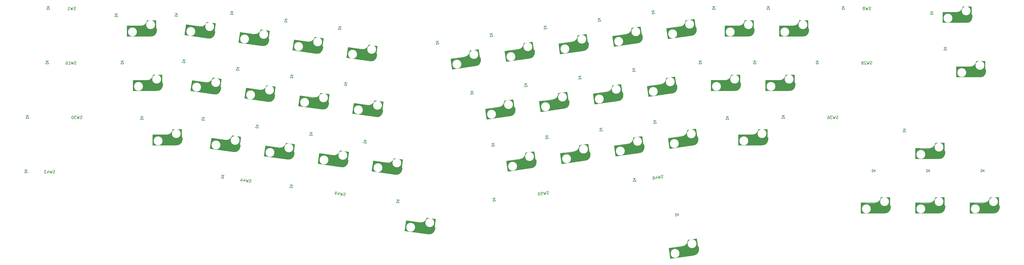
<source format=gbo>
G04 #@! TF.GenerationSoftware,KiCad,Pcbnew,(5.1.4)-1*
G04 #@! TF.CreationDate,2020-10-14T03:50:37-04:00*
G04 #@! TF.ProjectId,kurage,6b757261-6765-42e6-9b69-6361645f7063,rev?*
G04 #@! TF.SameCoordinates,Original*
G04 #@! TF.FileFunction,Legend,Bot*
G04 #@! TF.FilePolarity,Positive*
%FSLAX46Y46*%
G04 Gerber Fmt 4.6, Leading zero omitted, Abs format (unit mm)*
G04 Created by KiCad (PCBNEW (5.1.4)-1) date 2020-10-14 03:50:37*
%MOMM*%
%LPD*%
G04 APERTURE LIST*
%ADD10C,0.400000*%
%ADD11C,0.500000*%
%ADD12C,1.000000*%
%ADD13C,0.150000*%
%ADD14C,3.500000*%
%ADD15C,3.000000*%
%ADD16C,0.800000*%
%ADD17C,0.300000*%
%ADD18C,6.602000*%
%ADD19C,4.302000*%
%ADD20C,1.626000*%
%ADD21R,2.652000X2.602000*%
%ADD22C,4.202000*%
%ADD23C,2.002000*%
%ADD24C,3.102000*%
%ADD25C,2.602000*%
%ADD26C,0.100000*%
%ADD27C,1.852000*%
%ADD28C,4.089800*%
%ADD29C,3.150000*%
%ADD30R,1.502000X1.102000*%
%ADD31C,1.499000*%
%ADD32C,1.102000*%
%ADD33R,1.102000X1.502000*%
G04 APERTURE END LIST*
D10*
X301138518Y-135206899D02*
X302388518Y-135206899D01*
D11*
X310838518Y-130106899D02*
X308388518Y-130106899D01*
D12*
X308404836Y-130328370D02*
G75*
G02X306188518Y-132206899I-2151318J291471D01*
G01*
D13*
X311288518Y-133506898D02*
G75*
G02X309188519Y-135406899I-2000000J99999D01*
G01*
X308004836Y-129928370D02*
G75*
G02X305788518Y-131806899I-2151318J291471D01*
G01*
X300988518Y-135406899D02*
X309188519Y-135406899D01*
X305788518Y-131806899D02*
X300988518Y-131806899D01*
X311038518Y-129906899D02*
X308008518Y-129906899D01*
X311288518Y-133506899D02*
X311288518Y-132756899D01*
X311038518Y-134356899D02*
X311038518Y-129906899D01*
X311288518Y-132756899D02*
X311088518Y-132756899D01*
X301008518Y-132806899D02*
X301008518Y-135056899D01*
X300988518Y-131806899D02*
X300988518Y-135406899D01*
D14*
X302788518Y-133606899D02*
X309488518Y-133606899D01*
D12*
X301488518Y-134806899D02*
X301488518Y-132306899D01*
D11*
X301188518Y-132056899D02*
X302488518Y-132106899D01*
D15*
X309558518Y-133906899D02*
X309558518Y-131666899D01*
D16*
X310688518Y-130406899D02*
X310688518Y-132206898D01*
D17*
X311188518Y-132856899D02*
X311188518Y-133506899D01*
D10*
X215400708Y-151031972D02*
X216638543Y-150858006D01*
D11*
X224296525Y-144631626D02*
X221870368Y-144972600D01*
D12*
X221917350Y-145189645D02*
G75*
G02X219984042Y-147358344I-2170946J-10771D01*
G01*
D13*
X225215334Y-147935909D02*
G75*
G02X223400201Y-150109682I-1994453J-179320D01*
G01*
X221465573Y-144849206D02*
G75*
G02X219532266Y-147017906I-2170946J-10772D01*
G01*
X215280002Y-151250902D02*
X223400201Y-150109682D01*
X219532266Y-147017906D02*
X214778979Y-147685937D01*
X224466744Y-144405738D02*
X221466232Y-144827432D01*
X225215334Y-147935910D02*
X225110954Y-147193209D01*
X225086064Y-148812431D02*
X224466744Y-144405738D01*
X225110954Y-147193209D02*
X224912901Y-147221043D01*
X214937957Y-148673421D02*
X215251097Y-150901525D01*
X214778979Y-147685937D02*
X215280002Y-151250902D01*
D14*
X216811973Y-149217908D02*
X223446769Y-148285448D01*
D12*
X215691632Y-150587155D02*
X215343699Y-148111484D01*
D11*
X215011826Y-147905669D02*
X216306133Y-147774258D01*
D15*
X223557840Y-148572786D02*
X223246092Y-146354586D01*
D16*
X224189737Y-144949582D02*
X224440248Y-146732064D01*
D17*
X225025845Y-147306153D02*
X225116307Y-147949827D01*
D10*
X320188515Y-135206895D02*
X321438515Y-135206895D01*
D11*
X329888515Y-130106895D02*
X327438515Y-130106895D01*
D12*
X327454833Y-130328366D02*
G75*
G02X325238515Y-132206895I-2151318J291471D01*
G01*
D13*
X330338515Y-133506894D02*
G75*
G02X328238516Y-135406895I-2000000J99999D01*
G01*
X327054833Y-129928366D02*
G75*
G02X324838515Y-131806895I-2151318J291471D01*
G01*
X320038515Y-135406895D02*
X328238516Y-135406895D01*
X324838515Y-131806895D02*
X320038515Y-131806895D01*
X330088515Y-129906895D02*
X327058515Y-129906895D01*
X330338515Y-133506895D02*
X330338515Y-132756895D01*
X330088515Y-134356895D02*
X330088515Y-129906895D01*
X330338515Y-132756895D02*
X330138515Y-132756895D01*
X320058515Y-132806895D02*
X320058515Y-135056895D01*
X320038515Y-131806895D02*
X320038515Y-135406895D01*
D14*
X321838515Y-133606895D02*
X328538515Y-133606895D01*
D12*
X320538515Y-134806895D02*
X320538515Y-132306895D01*
D11*
X320238515Y-132056895D02*
X321538515Y-132106895D01*
D15*
X328608515Y-133906895D02*
X328608515Y-131666895D01*
D16*
X329738515Y-130406895D02*
X329738515Y-132206894D01*
D17*
X330238515Y-132856895D02*
X330238515Y-133506895D01*
D10*
X282088520Y-135206894D02*
X283338520Y-135206894D01*
D11*
X291788520Y-130106894D02*
X289338520Y-130106894D01*
D12*
X289354838Y-130328365D02*
G75*
G02X287138520Y-132206894I-2151318J291471D01*
G01*
D13*
X292238520Y-133506893D02*
G75*
G02X290138521Y-135406894I-2000000J99999D01*
G01*
X288954838Y-129928365D02*
G75*
G02X286738520Y-131806894I-2151318J291471D01*
G01*
X281938520Y-135406894D02*
X290138521Y-135406894D01*
X286738520Y-131806894D02*
X281938520Y-131806894D01*
X291988520Y-129906894D02*
X288958520Y-129906894D01*
X292238520Y-133506894D02*
X292238520Y-132756894D01*
X291988520Y-134356894D02*
X291988520Y-129906894D01*
X292238520Y-132756894D02*
X292038520Y-132756894D01*
X281958520Y-132806894D02*
X281958520Y-135056894D01*
X281938520Y-131806894D02*
X281938520Y-135406894D01*
D14*
X283738520Y-133606894D02*
X290438520Y-133606894D01*
D12*
X282438520Y-134806894D02*
X282438520Y-132306894D01*
D11*
X282138520Y-132056894D02*
X283438520Y-132106894D01*
D15*
X290508520Y-133906894D02*
X290508520Y-131666894D01*
D16*
X291638520Y-130406894D02*
X291638520Y-132206893D01*
D17*
X292138520Y-132856894D02*
X292138520Y-133506894D01*
D10*
X122611091Y-141403509D02*
X123848926Y-141577475D01*
D11*
X132926474Y-137703121D02*
X130500317Y-137362147D01*
D12*
X130485655Y-137583733D02*
G75*
G02X128029464Y-139135529I-2089818J588040D01*
G01*
D13*
X132898906Y-141132659D02*
G75*
G02X130554915Y-142721906I-1966619J377372D01*
G01*
X130145216Y-137131957D02*
G75*
G02X127689026Y-138683752I-2089817J588040D01*
G01*
X122434716Y-141580687D02*
X130554915Y-142721906D01*
X127689026Y-138683752D02*
X122935739Y-138015722D01*
X133152362Y-137532902D02*
X130151850Y-137111207D01*
X132898906Y-141132660D02*
X133003286Y-140389959D01*
X132533042Y-141939595D02*
X133152362Y-137532902D01*
X133003286Y-140389959D02*
X132805232Y-140362125D01*
X122816371Y-139008773D02*
X122503232Y-141236876D01*
X122935739Y-138015722D02*
X122434716Y-141580687D01*
D14*
X124467710Y-140048716D02*
X131102506Y-140981175D01*
D12*
X123013354Y-141056112D02*
X123361287Y-138580442D01*
D11*
X123099000Y-138291123D02*
X124379389Y-138521562D01*
D15*
X131130073Y-141287998D02*
X131441821Y-139069798D01*
D16*
X132736182Y-137979325D02*
X132485670Y-139761807D01*
D17*
X132890342Y-140475069D02*
X132799879Y-141118743D01*
D10*
X301138514Y-116156895D02*
X302388514Y-116156895D01*
D11*
X310838514Y-111056895D02*
X308388514Y-111056895D01*
D12*
X308404832Y-111278366D02*
G75*
G02X306188514Y-113156895I-2151318J291471D01*
G01*
D13*
X311288514Y-114456894D02*
G75*
G02X309188515Y-116356895I-2000000J99999D01*
G01*
X308004832Y-110878366D02*
G75*
G02X305788514Y-112756895I-2151318J291471D01*
G01*
X300988514Y-116356895D02*
X309188515Y-116356895D01*
X305788514Y-112756895D02*
X300988514Y-112756895D01*
X311038514Y-110856895D02*
X308008514Y-110856895D01*
X311288514Y-114456895D02*
X311288514Y-113706895D01*
X311038514Y-115306895D02*
X311038514Y-110856895D01*
X311288514Y-113706895D02*
X311088514Y-113706895D01*
X301008514Y-113756895D02*
X301008514Y-116006895D01*
X300988514Y-112756895D02*
X300988514Y-116356895D01*
D14*
X302788514Y-114556895D02*
X309488514Y-114556895D01*
D12*
X301488514Y-115756895D02*
X301488514Y-113256895D01*
D11*
X301188514Y-113006895D02*
X302488514Y-113056895D01*
D15*
X309558514Y-114856895D02*
X309558514Y-112616895D01*
D16*
X310688514Y-111356895D02*
X310688514Y-113156894D01*
D17*
X311188514Y-113806895D02*
X311188514Y-114456895D01*
D10*
X239239992Y-111393128D02*
X240489992Y-111393128D01*
D11*
X248939992Y-106293128D02*
X246489992Y-106293128D01*
D12*
X246506310Y-106514599D02*
G75*
G02X244289992Y-108393128I-2151318J291471D01*
G01*
D13*
X249389992Y-109693127D02*
G75*
G02X247289993Y-111593128I-2000000J99999D01*
G01*
X246106310Y-106114599D02*
G75*
G02X243889992Y-107993128I-2151318J291471D01*
G01*
X239089992Y-111593128D02*
X247289993Y-111593128D01*
X243889992Y-107993128D02*
X239089992Y-107993128D01*
X249139992Y-106093128D02*
X246109992Y-106093128D01*
X249389992Y-109693128D02*
X249389992Y-108943128D01*
X249139992Y-110543128D02*
X249139992Y-106093128D01*
X249389992Y-108943128D02*
X249189992Y-108943128D01*
X239109992Y-108993128D02*
X239109992Y-111243128D01*
X239089992Y-107993128D02*
X239089992Y-111593128D01*
D14*
X240889992Y-109793128D02*
X247589992Y-109793128D01*
D12*
X239589992Y-110993128D02*
X239589992Y-108493128D01*
D11*
X239289992Y-108243128D02*
X240589992Y-108293128D01*
D15*
X247659992Y-110093128D02*
X247659992Y-107853128D01*
D16*
X248789992Y-106593128D02*
X248789992Y-108393127D01*
D17*
X249289992Y-109043128D02*
X249289992Y-109693128D01*
D10*
X196306913Y-115236144D02*
X197544748Y-115062178D01*
D11*
X205202730Y-108835798D02*
X202776573Y-109176772D01*
D12*
X202823555Y-109393817D02*
G75*
G02X200890247Y-111562516I-2170946J-10771D01*
G01*
D13*
X206121539Y-112140081D02*
G75*
G02X204306406Y-114313854I-1994453J-179320D01*
G01*
X202371778Y-109053378D02*
G75*
G02X200438471Y-111222078I-2170946J-10772D01*
G01*
X196186207Y-115455074D02*
X204306406Y-114313854D01*
X200438471Y-111222078D02*
X195685184Y-111890109D01*
X205372949Y-108609910D02*
X202372437Y-109031604D01*
X206121539Y-112140082D02*
X206017159Y-111397381D01*
X205992269Y-113016603D02*
X205372949Y-108609910D01*
X206017159Y-111397381D02*
X205819106Y-111425215D01*
X195844162Y-112877593D02*
X196157302Y-115105697D01*
X195685184Y-111890109D02*
X196186207Y-115455074D01*
D14*
X197718178Y-113422080D02*
X204352974Y-112489620D01*
D12*
X196597837Y-114791327D02*
X196249904Y-112315656D01*
D11*
X195918031Y-112109841D02*
X197212338Y-111978430D01*
D15*
X204464045Y-112776958D02*
X204152297Y-110558758D01*
D16*
X205095942Y-109153754D02*
X205346453Y-110936236D01*
D17*
X205932050Y-111510325D02*
X206022512Y-112153999D01*
D10*
X158577698Y-120538640D02*
X159815533Y-120364674D01*
D11*
X167473515Y-114138294D02*
X165047358Y-114479268D01*
D12*
X165094340Y-114696313D02*
G75*
G02X163161032Y-116865012I-2170946J-10771D01*
G01*
D13*
X168392324Y-117442577D02*
G75*
G02X166577191Y-119616350I-1994453J-179320D01*
G01*
X164642563Y-114355874D02*
G75*
G02X162709256Y-116524574I-2170946J-10772D01*
G01*
X158456992Y-120757570D02*
X166577191Y-119616350D01*
X162709256Y-116524574D02*
X157955969Y-117192605D01*
X167643734Y-113912406D02*
X164643222Y-114334100D01*
X168392324Y-117442578D02*
X168287944Y-116699877D01*
X168263054Y-118319099D02*
X167643734Y-113912406D01*
X168287944Y-116699877D02*
X168089891Y-116727711D01*
X158114947Y-118180089D02*
X158428087Y-120408193D01*
X157955969Y-117192605D02*
X158456992Y-120757570D01*
D14*
X159988963Y-118724576D02*
X166623759Y-117792116D01*
D12*
X158868622Y-120093823D02*
X158520689Y-117618152D01*
D11*
X158188816Y-117412337D02*
X159483123Y-117280926D01*
D15*
X166734830Y-118079454D02*
X166423082Y-115861254D01*
D16*
X167366727Y-114456250D02*
X167617238Y-116238732D01*
D17*
X168202835Y-116812821D02*
X168293297Y-117456495D01*
D10*
X92253071Y-117895521D02*
X93490906Y-118069487D01*
D11*
X102568454Y-114195133D02*
X100142297Y-113854159D01*
D12*
X100127635Y-114075745D02*
G75*
G02X97671444Y-115627541I-2089818J588040D01*
G01*
D13*
X102540886Y-117624671D02*
G75*
G02X100196895Y-119213918I-1966619J377372D01*
G01*
X99787196Y-113623969D02*
G75*
G02X97331006Y-115175764I-2089817J588040D01*
G01*
X92076696Y-118072699D02*
X100196895Y-119213918D01*
X97331006Y-115175764D02*
X92577719Y-114507734D01*
X102794342Y-114024914D02*
X99793830Y-113603219D01*
X102540886Y-117624672D02*
X102645266Y-116881971D01*
X102175022Y-118431607D02*
X102794342Y-114024914D01*
X102645266Y-116881971D02*
X102447212Y-116854137D01*
X92458351Y-115500785D02*
X92145212Y-117728888D01*
X92577719Y-114507734D02*
X92076696Y-118072699D01*
D14*
X94109690Y-116540728D02*
X100744486Y-117473187D01*
D12*
X92655334Y-117548124D02*
X93003267Y-115072454D01*
D11*
X92740980Y-114783135D02*
X94021369Y-115013574D01*
D15*
X100772053Y-117780010D02*
X101083801Y-115561810D01*
D16*
X102378162Y-114471337D02*
X102127650Y-116253819D01*
D17*
X102532322Y-116967081D02*
X102441859Y-117610755D01*
D10*
X54523860Y-112593027D02*
X55761695Y-112766993D01*
D11*
X64839243Y-108892639D02*
X62413086Y-108551665D01*
D12*
X62398424Y-108773251D02*
G75*
G02X59942233Y-110325047I-2089818J588040D01*
G01*
D13*
X64811675Y-112322177D02*
G75*
G02X62467684Y-113911424I-1966619J377372D01*
G01*
X62057985Y-108321475D02*
G75*
G02X59601795Y-109873270I-2089817J588040D01*
G01*
X54347485Y-112770205D02*
X62467684Y-113911424D01*
X59601795Y-109873270D02*
X54848508Y-109205240D01*
X65065131Y-108722420D02*
X62064619Y-108300725D01*
X64811675Y-112322178D02*
X64916055Y-111579477D01*
X64445811Y-113129113D02*
X65065131Y-108722420D01*
X64916055Y-111579477D02*
X64718001Y-111551643D01*
X54729140Y-110198291D02*
X54416001Y-112426394D01*
X54848508Y-109205240D02*
X54347485Y-112770205D01*
D14*
X56380479Y-111238234D02*
X63015275Y-112170693D01*
D12*
X54926123Y-112245630D02*
X55274056Y-109769960D01*
D11*
X55011769Y-109480641D02*
X56292158Y-109711080D01*
D15*
X63042842Y-112477516D02*
X63354590Y-110259316D01*
D16*
X64648951Y-109168843D02*
X64398439Y-110951325D01*
D17*
X64803111Y-111664587D02*
X64712648Y-112308261D01*
D10*
X215171522Y-112584894D02*
X216409357Y-112410928D01*
D11*
X224067339Y-106184548D02*
X221641182Y-106525522D01*
D12*
X221688164Y-106742567D02*
G75*
G02X219754856Y-108911266I-2170946J-10771D01*
G01*
D13*
X224986148Y-109488831D02*
G75*
G02X223171015Y-111662604I-1994453J-179320D01*
G01*
X221236387Y-106402128D02*
G75*
G02X219303080Y-108570828I-2170946J-10772D01*
G01*
X215050816Y-112803824D02*
X223171015Y-111662604D01*
X219303080Y-108570828D02*
X214549793Y-109238859D01*
X224237558Y-105958660D02*
X221237046Y-106380354D01*
X224986148Y-109488832D02*
X224881768Y-108746131D01*
X224856878Y-110365353D02*
X224237558Y-105958660D01*
X224881768Y-108746131D02*
X224683715Y-108773965D01*
X214708771Y-110226343D02*
X215021911Y-112454447D01*
X214549793Y-109238859D02*
X215050816Y-112803824D01*
D14*
X216582787Y-110770830D02*
X223217583Y-109838370D01*
D12*
X215462446Y-112140077D02*
X215114513Y-109664406D01*
D11*
X214782640Y-109458591D02*
X216076947Y-109327180D01*
D15*
X223328654Y-110125708D02*
X223016906Y-107907508D01*
D16*
X223960551Y-106502504D02*
X224211062Y-108284986D01*
D17*
X224796659Y-108859075D02*
X224887121Y-109502749D01*
D10*
X177442306Y-117887388D02*
X178680141Y-117713422D01*
D11*
X186338123Y-111487042D02*
X183911966Y-111828016D01*
D12*
X183958948Y-112045061D02*
G75*
G02X182025640Y-114213760I-2170946J-10771D01*
G01*
D13*
X187256932Y-114791325D02*
G75*
G02X185441799Y-116965098I-1994453J-179320D01*
G01*
X183507171Y-111704622D02*
G75*
G02X181573864Y-113873322I-2170946J-10772D01*
G01*
X177321600Y-118106318D02*
X185441799Y-116965098D01*
X181573864Y-113873322D02*
X176820577Y-114541353D01*
X186508342Y-111261154D02*
X183507830Y-111682848D01*
X187256932Y-114791326D02*
X187152552Y-114048625D01*
X187127662Y-115667847D02*
X186508342Y-111261154D01*
X187152552Y-114048625D02*
X186954499Y-114076459D01*
X176979555Y-115528837D02*
X177292695Y-117756941D01*
X176820577Y-114541353D02*
X177321600Y-118106318D01*
D14*
X178853571Y-116073324D02*
X185488367Y-115140864D01*
D12*
X177733230Y-117442571D02*
X177385297Y-114966900D01*
D11*
X177053424Y-114761085D02*
X178347731Y-114629674D01*
D15*
X185599438Y-115428202D02*
X185287690Y-113210002D01*
D16*
X186231335Y-111804998D02*
X186481846Y-113587480D01*
D17*
X187067443Y-114161569D02*
X187157905Y-114805243D01*
D10*
X111117676Y-120546767D02*
X112355511Y-120720733D01*
D11*
X121433059Y-116846379D02*
X119006902Y-116505405D01*
D12*
X118992240Y-116726991D02*
G75*
G02X116536049Y-118278787I-2089818J588040D01*
G01*
D13*
X121405491Y-120275917D02*
G75*
G02X119061500Y-121865164I-1966619J377372D01*
G01*
X118651801Y-116275215D02*
G75*
G02X116195611Y-117827010I-2089817J588040D01*
G01*
X110941301Y-120723945D02*
X119061500Y-121865164D01*
X116195611Y-117827010D02*
X111442324Y-117158980D01*
X121658947Y-116676160D02*
X118658435Y-116254465D01*
X121405491Y-120275918D02*
X121509871Y-119533217D01*
X121039627Y-121082853D02*
X121658947Y-116676160D01*
X121509871Y-119533217D02*
X121311817Y-119505383D01*
X111322956Y-118152031D02*
X111009817Y-120380134D01*
X111442324Y-117158980D02*
X110941301Y-120723945D01*
D14*
X112974295Y-119191974D02*
X119609091Y-120124433D01*
D12*
X111519939Y-120199370D02*
X111867872Y-117723700D01*
D11*
X111605585Y-117434381D02*
X112885974Y-117664820D01*
D15*
X119636658Y-120431256D02*
X119948406Y-118213056D01*
D16*
X121242767Y-117122583D02*
X120992255Y-118905065D01*
D17*
X121396927Y-119618327D02*
X121306464Y-120262001D01*
D10*
X73388467Y-115244269D02*
X74626302Y-115418235D01*
D11*
X83703850Y-111543881D02*
X81277693Y-111202907D01*
D12*
X81263031Y-111424493D02*
G75*
G02X78806840Y-112976289I-2089818J588040D01*
G01*
D13*
X83676282Y-114973419D02*
G75*
G02X81332291Y-116562666I-1966619J377372D01*
G01*
X80922592Y-110972717D02*
G75*
G02X78466402Y-112524512I-2089817J588040D01*
G01*
X73212092Y-115421447D02*
X81332291Y-116562666D01*
X78466402Y-112524512D02*
X73713115Y-111856482D01*
X83929738Y-111373662D02*
X80929226Y-110951967D01*
X83676282Y-114973420D02*
X83780662Y-114230719D01*
X83310418Y-115780355D02*
X83929738Y-111373662D01*
X83780662Y-114230719D02*
X83582608Y-114202885D01*
X73593747Y-112849533D02*
X73280608Y-115077636D01*
X73713115Y-111856482D02*
X73212092Y-115421447D01*
D14*
X75245086Y-113889476D02*
X81879882Y-114821935D01*
D12*
X73790730Y-114896872D02*
X74138663Y-112421202D01*
D11*
X73876376Y-112131883D02*
X75156765Y-112362322D01*
D15*
X81907449Y-115128758D02*
X82219197Y-112910558D01*
D16*
X83513558Y-111820085D02*
X83263046Y-113602567D01*
D17*
X83667718Y-114315829D02*
X83577255Y-114959503D01*
D10*
X34452491Y-111393126D02*
X35702491Y-111393126D01*
D11*
X44152491Y-106293126D02*
X41702491Y-106293126D01*
D12*
X41718809Y-106514597D02*
G75*
G02X39502491Y-108393126I-2151318J291471D01*
G01*
D13*
X44602491Y-109693125D02*
G75*
G02X42502492Y-111593126I-2000000J99999D01*
G01*
X41318809Y-106114597D02*
G75*
G02X39102491Y-107993126I-2151318J291471D01*
G01*
X34302491Y-111593126D02*
X42502492Y-111593126D01*
X39102491Y-107993126D02*
X34302491Y-107993126D01*
X44352491Y-106093126D02*
X41322491Y-106093126D01*
X44602491Y-109693126D02*
X44602491Y-108943126D01*
X44352491Y-110543126D02*
X44352491Y-106093126D01*
X44602491Y-108943126D02*
X44402491Y-108943126D01*
X34322491Y-108993126D02*
X34322491Y-111243126D01*
X34302491Y-107993126D02*
X34302491Y-111593126D01*
D14*
X36102491Y-109793126D02*
X42802491Y-109793126D01*
D12*
X34802491Y-110993126D02*
X34802491Y-108493126D01*
D11*
X34502491Y-108243126D02*
X35802491Y-108293126D01*
D15*
X42872491Y-110093126D02*
X42872491Y-107853126D01*
D16*
X44002491Y-106593126D02*
X44002491Y-108393125D01*
D17*
X44502491Y-109043126D02*
X44502491Y-109693126D01*
D10*
X315427291Y-87580628D02*
X316677291Y-87580628D01*
D11*
X325127291Y-82480628D02*
X322677291Y-82480628D01*
D12*
X322693609Y-82702099D02*
G75*
G02X320477291Y-84580628I-2151318J291471D01*
G01*
D13*
X325577291Y-85880627D02*
G75*
G02X323477292Y-87780628I-2000000J99999D01*
G01*
X322293609Y-82302099D02*
G75*
G02X320077291Y-84180628I-2151318J291471D01*
G01*
X315277291Y-87780628D02*
X323477292Y-87780628D01*
X320077291Y-84180628D02*
X315277291Y-84180628D01*
X325327291Y-82280628D02*
X322297291Y-82280628D01*
X325577291Y-85880628D02*
X325577291Y-85130628D01*
X325327291Y-86730628D02*
X325327291Y-82280628D01*
X325577291Y-85130628D02*
X325377291Y-85130628D01*
X315297291Y-85180628D02*
X315297291Y-87430628D01*
X315277291Y-84180628D02*
X315277291Y-87780628D01*
D14*
X317077291Y-85980628D02*
X323777291Y-85980628D01*
D12*
X315777291Y-87180628D02*
X315777291Y-84680628D01*
D11*
X315477291Y-84430628D02*
X316777291Y-84480628D01*
D15*
X323847291Y-86280628D02*
X323847291Y-84040628D01*
D16*
X324977291Y-82780628D02*
X324977291Y-84580627D01*
D17*
X325477291Y-85230628D02*
X325477291Y-85880628D01*
D10*
X229714991Y-92343124D02*
X230964991Y-92343124D01*
D11*
X239414991Y-87243124D02*
X236964991Y-87243124D01*
D12*
X236981309Y-87464595D02*
G75*
G02X234764991Y-89343124I-2151318J291471D01*
G01*
D13*
X239864991Y-90643123D02*
G75*
G02X237764992Y-92543124I-2000000J99999D01*
G01*
X236581309Y-87064595D02*
G75*
G02X234364991Y-88943124I-2151318J291471D01*
G01*
X229564991Y-92543124D02*
X237764992Y-92543124D01*
X234364991Y-88943124D02*
X229564991Y-88943124D01*
X239614991Y-87043124D02*
X236584991Y-87043124D01*
X239864991Y-90643124D02*
X239864991Y-89893124D01*
X239614991Y-91493124D02*
X239614991Y-87043124D01*
X239864991Y-89893124D02*
X239664991Y-89893124D01*
X229584991Y-89943124D02*
X229584991Y-92193124D01*
X229564991Y-88943124D02*
X229564991Y-92543124D01*
D14*
X231364991Y-90743124D02*
X238064991Y-90743124D01*
D12*
X230064991Y-91943124D02*
X230064991Y-89443124D01*
D11*
X229764991Y-89193124D02*
X231064991Y-89243124D01*
D15*
X238134991Y-91043124D02*
X238134991Y-88803124D01*
D16*
X239264991Y-87543124D02*
X239264991Y-89343123D01*
D17*
X239764991Y-89993124D02*
X239764991Y-90643124D01*
D10*
X188939511Y-97034348D02*
X190177346Y-96860382D01*
D11*
X197835328Y-90634002D02*
X195409171Y-90974976D01*
D12*
X195456153Y-91192021D02*
G75*
G02X193522845Y-93360720I-2170946J-10771D01*
G01*
D13*
X198754137Y-93938285D02*
G75*
G02X196939004Y-96112058I-1994453J-179320D01*
G01*
X195004376Y-90851582D02*
G75*
G02X193071069Y-93020282I-2170946J-10772D01*
G01*
X188818805Y-97253278D02*
X196939004Y-96112058D01*
X193071069Y-93020282D02*
X188317782Y-93688313D01*
X198005547Y-90408114D02*
X195005035Y-90829808D01*
X198754137Y-93938286D02*
X198649757Y-93195585D01*
X198624867Y-94814807D02*
X198005547Y-90408114D01*
X198649757Y-93195585D02*
X198451704Y-93223419D01*
X188476760Y-94675797D02*
X188789900Y-96903901D01*
X188317782Y-93688313D02*
X188818805Y-97253278D01*
D14*
X190350776Y-95220284D02*
X196985572Y-94287824D01*
D12*
X189230435Y-96589531D02*
X188882502Y-94113860D01*
D11*
X188550629Y-93908045D02*
X189844936Y-93776634D01*
D15*
X197096643Y-94575162D02*
X196784895Y-92356962D01*
D16*
X197728540Y-90951958D02*
X197979051Y-92734440D01*
D17*
X198564648Y-93308529D02*
X198655110Y-93952203D01*
D10*
X151210299Y-102336837D02*
X152448134Y-102162871D01*
D11*
X160106116Y-95936491D02*
X157679959Y-96277465D01*
D12*
X157726941Y-96494510D02*
G75*
G02X155793633Y-98663209I-2170946J-10771D01*
G01*
D13*
X161024925Y-99240774D02*
G75*
G02X159209792Y-101414547I-1994453J-179320D01*
G01*
X157275164Y-96154071D02*
G75*
G02X155341857Y-98322771I-2170946J-10772D01*
G01*
X151089593Y-102555767D02*
X159209792Y-101414547D01*
X155341857Y-98322771D02*
X150588570Y-98990802D01*
X160276335Y-95710603D02*
X157275823Y-96132297D01*
X161024925Y-99240775D02*
X160920545Y-98498074D01*
X160895655Y-100117296D02*
X160276335Y-95710603D01*
X160920545Y-98498074D02*
X160722492Y-98525908D01*
X150747548Y-99978286D02*
X151060688Y-102206390D01*
X150588570Y-98990802D02*
X151089593Y-102555767D01*
D14*
X152621564Y-100522773D02*
X159256360Y-99590313D01*
D12*
X151501223Y-101892020D02*
X151153290Y-99416349D01*
D11*
X150821417Y-99210534D02*
X152115724Y-99079123D01*
D15*
X159367431Y-99877651D02*
X159055683Y-97659451D01*
D16*
X159999328Y-96254447D02*
X160249839Y-98036929D01*
D17*
X160835436Y-98611018D02*
X160925898Y-99254692D01*
D10*
X85472017Y-97705286D02*
X86709852Y-97879252D01*
D11*
X95787400Y-94004898D02*
X93361243Y-93663924D01*
D12*
X93346581Y-93885510D02*
G75*
G02X90890390Y-95437306I-2089818J588040D01*
G01*
D13*
X95759832Y-97434436D02*
G75*
G02X93415841Y-99023683I-1966619J377372D01*
G01*
X93006142Y-93433734D02*
G75*
G02X90549952Y-94985529I-2089817J588040D01*
G01*
X85295642Y-97882464D02*
X93415841Y-99023683D01*
X90549952Y-94985529D02*
X85796665Y-94317499D01*
X96013288Y-93834679D02*
X93012776Y-93412984D01*
X95759832Y-97434437D02*
X95864212Y-96691736D01*
X95393968Y-98241372D02*
X96013288Y-93834679D01*
X95864212Y-96691736D02*
X95666158Y-96663902D01*
X85677297Y-95310550D02*
X85364158Y-97538653D01*
X85796665Y-94317499D02*
X85295642Y-97882464D01*
D14*
X87328636Y-96350493D02*
X93963432Y-97282952D01*
D12*
X85874280Y-97357889D02*
X86222213Y-94882219D01*
D11*
X85959926Y-94592900D02*
X87240315Y-94823339D01*
D15*
X93990999Y-97589775D02*
X94302747Y-95371575D01*
D16*
X95597108Y-94281102D02*
X95346596Y-96063584D01*
D17*
X95751268Y-96776846D02*
X95660805Y-97420520D01*
D10*
X47742800Y-92402794D02*
X48980635Y-92576760D01*
D11*
X58058183Y-88702406D02*
X55632026Y-88361432D01*
D12*
X55617364Y-88583018D02*
G75*
G02X53161173Y-90134814I-2089818J588040D01*
G01*
D13*
X58030615Y-92131944D02*
G75*
G02X55686624Y-93721191I-1966619J377372D01*
G01*
X55276925Y-88131242D02*
G75*
G02X52820735Y-89683037I-2089817J588040D01*
G01*
X47566425Y-92579972D02*
X55686624Y-93721191D01*
X52820735Y-89683037D02*
X48067448Y-89015007D01*
X58284071Y-88532187D02*
X55283559Y-88110492D01*
X58030615Y-92131945D02*
X58134995Y-91389244D01*
X57664751Y-92938880D02*
X58284071Y-88532187D01*
X58134995Y-91389244D02*
X57936941Y-91361410D01*
X47948080Y-90008058D02*
X47634941Y-92236161D01*
X48067448Y-89015007D02*
X47566425Y-92579972D01*
D14*
X49599419Y-91048001D02*
X56234215Y-91980460D01*
D12*
X48145063Y-92055397D02*
X48492996Y-89579727D01*
D11*
X48230709Y-89290408D02*
X49511098Y-89520847D01*
D15*
X56261782Y-92287283D02*
X56573530Y-90069083D01*
D16*
X57867891Y-88978610D02*
X57617379Y-90761092D01*
D17*
X58022051Y-91474354D02*
X57931588Y-92118028D01*
D10*
X248764991Y-92343128D02*
X250014991Y-92343128D01*
D11*
X258464991Y-87243128D02*
X256014991Y-87243128D01*
D12*
X256031309Y-87464599D02*
G75*
G02X253814991Y-89343128I-2151318J291471D01*
G01*
D13*
X258914991Y-90643127D02*
G75*
G02X256814992Y-92543128I-2000000J99999D01*
G01*
X255631309Y-87064599D02*
G75*
G02X253414991Y-88943128I-2151318J291471D01*
G01*
X248614991Y-92543128D02*
X256814992Y-92543128D01*
X253414991Y-88943128D02*
X248614991Y-88943128D01*
X258664991Y-87043128D02*
X255634991Y-87043128D01*
X258914991Y-90643128D02*
X258914991Y-89893128D01*
X258664991Y-91493128D02*
X258664991Y-87043128D01*
X258914991Y-89893128D02*
X258714991Y-89893128D01*
X248634991Y-89943128D02*
X248634991Y-92193128D01*
X248614991Y-88943128D02*
X248614991Y-92543128D01*
D14*
X250414991Y-90743128D02*
X257114991Y-90743128D01*
D12*
X249114991Y-91943128D02*
X249114991Y-89443128D01*
D11*
X248814991Y-89193128D02*
X250114991Y-89243128D01*
D15*
X257184991Y-91043128D02*
X257184991Y-88803128D01*
D16*
X258314991Y-87543128D02*
X258314991Y-89343127D01*
D17*
X258814991Y-89993128D02*
X258814991Y-90643128D01*
D10*
X207804123Y-94383100D02*
X209041958Y-94209134D01*
D11*
X216699940Y-87982754D02*
X214273783Y-88323728D01*
D12*
X214320765Y-88540773D02*
G75*
G02X212387457Y-90709472I-2170946J-10771D01*
G01*
D13*
X217618749Y-91287037D02*
G75*
G02X215803616Y-93460810I-1994453J-179320D01*
G01*
X213868988Y-88200334D02*
G75*
G02X211935681Y-90369034I-2170946J-10772D01*
G01*
X207683417Y-94602030D02*
X215803616Y-93460810D01*
X211935681Y-90369034D02*
X207182394Y-91037065D01*
X216870159Y-87756866D02*
X213869647Y-88178560D01*
X217618749Y-91287038D02*
X217514369Y-90544337D01*
X217489479Y-92163559D02*
X216870159Y-87756866D01*
X217514369Y-90544337D02*
X217316316Y-90572171D01*
X207341372Y-92024549D02*
X207654512Y-94252653D01*
X207182394Y-91037065D02*
X207683417Y-94602030D01*
D14*
X209215388Y-92569036D02*
X215850184Y-91636576D01*
D12*
X208095047Y-93938283D02*
X207747114Y-91462612D01*
D11*
X207415241Y-91256797D02*
X208709548Y-91125386D01*
D15*
X215961255Y-91923914D02*
X215649507Y-89705714D01*
D16*
X216593152Y-88300710D02*
X216843663Y-90083192D01*
D17*
X217429260Y-90657281D02*
X217519722Y-91300955D01*
D10*
X170074903Y-99685593D02*
X171312738Y-99511627D01*
D11*
X178970720Y-93285247D02*
X176544563Y-93626221D01*
D12*
X176591545Y-93843266D02*
G75*
G02X174658237Y-96011965I-2170946J-10771D01*
G01*
D13*
X179889529Y-96589530D02*
G75*
G02X178074396Y-98763303I-1994453J-179320D01*
G01*
X176139768Y-93502827D02*
G75*
G02X174206461Y-95671527I-2170946J-10772D01*
G01*
X169954197Y-99904523D02*
X178074396Y-98763303D01*
X174206461Y-95671527D02*
X169453174Y-96339558D01*
X179140939Y-93059359D02*
X176140427Y-93481053D01*
X179889529Y-96589531D02*
X179785149Y-95846830D01*
X179760259Y-97466052D02*
X179140939Y-93059359D01*
X179785149Y-95846830D02*
X179587096Y-95874664D01*
X169612152Y-97327042D02*
X169925292Y-99555146D01*
X169453174Y-96339558D02*
X169954197Y-99904523D01*
D14*
X171486168Y-97871529D02*
X178120964Y-96939069D01*
D12*
X170365827Y-99240776D02*
X170017894Y-96765105D01*
D11*
X169686021Y-96559290D02*
X170980328Y-96427879D01*
D15*
X178232035Y-97226407D02*
X177920287Y-95008207D01*
D16*
X178863932Y-93603203D02*
X179114443Y-95385685D01*
D17*
X179700040Y-95959774D02*
X179790502Y-96603448D01*
D10*
X104336621Y-100356538D02*
X105574456Y-100530504D01*
D11*
X114652004Y-96656150D02*
X112225847Y-96315176D01*
D12*
X112211185Y-96536762D02*
G75*
G02X109754994Y-98088558I-2089818J588040D01*
G01*
D13*
X114624436Y-100085688D02*
G75*
G02X112280445Y-101674935I-1966619J377372D01*
G01*
X111870746Y-96084986D02*
G75*
G02X109414556Y-97636781I-2089817J588040D01*
G01*
X104160246Y-100533716D02*
X112280445Y-101674935D01*
X109414556Y-97636781D02*
X104661269Y-96968751D01*
X114877892Y-96485931D02*
X111877380Y-96064236D01*
X114624436Y-100085689D02*
X114728816Y-99342988D01*
X114258572Y-100892624D02*
X114877892Y-96485931D01*
X114728816Y-99342988D02*
X114530762Y-99315154D01*
X104541901Y-97961802D02*
X104228762Y-100189905D01*
X104661269Y-96968751D02*
X104160246Y-100533716D01*
D14*
X106193240Y-99001745D02*
X112828036Y-99934204D01*
D12*
X104738884Y-100009141D02*
X105086817Y-97533471D01*
D11*
X104824530Y-97244152D02*
X106104919Y-97474591D01*
D15*
X112855603Y-100241027D02*
X113167351Y-98022827D01*
D16*
X114461712Y-96932354D02*
X114211200Y-98714836D01*
D17*
X114615872Y-99428098D02*
X114525409Y-100071772D01*
D10*
X66607413Y-95054042D02*
X67845248Y-95228008D01*
D11*
X76922796Y-91353654D02*
X74496639Y-91012680D01*
D12*
X74481977Y-91234266D02*
G75*
G02X72025786Y-92786062I-2089818J588040D01*
G01*
D13*
X76895228Y-94783192D02*
G75*
G02X74551237Y-96372439I-1966619J377372D01*
G01*
X74141538Y-90782490D02*
G75*
G02X71685348Y-92334285I-2089817J588040D01*
G01*
X66431038Y-95231220D02*
X74551237Y-96372439D01*
X71685348Y-92334285D02*
X66932061Y-91666255D01*
X77148684Y-91183435D02*
X74148172Y-90761740D01*
X76895228Y-94783193D02*
X76999608Y-94040492D01*
X76529364Y-95590128D02*
X77148684Y-91183435D01*
X76999608Y-94040492D02*
X76801554Y-94012658D01*
X66812693Y-92659306D02*
X66499554Y-94887409D01*
X66932061Y-91666255D02*
X66431038Y-95231220D01*
D14*
X68464032Y-93699249D02*
X75098828Y-94631708D01*
D12*
X67009676Y-94706645D02*
X67357609Y-92230975D01*
D11*
X67095322Y-91941656D02*
X68375711Y-92172095D01*
D15*
X75126395Y-94938531D02*
X75438143Y-92720331D01*
D16*
X76732504Y-91629858D02*
X76481992Y-93412340D01*
D17*
X76886664Y-94125602D02*
X76796201Y-94769276D01*
D10*
X27607191Y-92349477D02*
X28857191Y-92349477D01*
D11*
X37307191Y-87249477D02*
X34857191Y-87249477D01*
D12*
X34873509Y-87470948D02*
G75*
G02X32657191Y-89349477I-2151318J291471D01*
G01*
D13*
X37757191Y-90649476D02*
G75*
G02X35657192Y-92549477I-2000000J99999D01*
G01*
X34473509Y-87070948D02*
G75*
G02X32257191Y-88949477I-2151318J291471D01*
G01*
X27457191Y-92549477D02*
X35657192Y-92549477D01*
X32257191Y-88949477D02*
X27457191Y-88949477D01*
X37507191Y-87049477D02*
X34477191Y-87049477D01*
X37757191Y-90649477D02*
X37757191Y-89899477D01*
X37507191Y-91499477D02*
X37507191Y-87049477D01*
X37757191Y-89899477D02*
X37557191Y-89899477D01*
X27477191Y-89949477D02*
X27477191Y-92199477D01*
X27457191Y-88949477D02*
X27457191Y-92549477D01*
D14*
X29257191Y-90749477D02*
X35957191Y-90749477D01*
D12*
X27957191Y-91949477D02*
X27957191Y-89449477D01*
D11*
X27657191Y-89199477D02*
X28957191Y-89249477D01*
D15*
X36027191Y-91049477D02*
X36027191Y-88809477D01*
D16*
X37157191Y-87549477D02*
X37157191Y-89349476D01*
D17*
X37657191Y-89999477D02*
X37657191Y-90649477D01*
D10*
X310664789Y-68530625D02*
X311914789Y-68530625D01*
D11*
X320364789Y-63430625D02*
X317914789Y-63430625D01*
D12*
X317931107Y-63652096D02*
G75*
G02X315714789Y-65530625I-2151318J291471D01*
G01*
D13*
X320814789Y-66830624D02*
G75*
G02X318714790Y-68730625I-2000000J99999D01*
G01*
X317531107Y-63252096D02*
G75*
G02X315314789Y-65130625I-2151318J291471D01*
G01*
X310514789Y-68730625D02*
X318714790Y-68730625D01*
X315314789Y-65130625D02*
X310514789Y-65130625D01*
X320564789Y-63230625D02*
X317534789Y-63230625D01*
X320814789Y-66830625D02*
X320814789Y-66080625D01*
X320564789Y-67680625D02*
X320564789Y-63230625D01*
X320814789Y-66080625D02*
X320614789Y-66080625D01*
X310534789Y-66130625D02*
X310534789Y-68380625D01*
X310514789Y-65130625D02*
X310514789Y-68730625D01*
D14*
X312314789Y-66930625D02*
X319014789Y-66930625D01*
D12*
X311014789Y-68130625D02*
X311014789Y-65630625D01*
D11*
X310714789Y-65380625D02*
X312014789Y-65430625D01*
D15*
X319084789Y-67230625D02*
X319084789Y-64990625D01*
D16*
X320214789Y-63730625D02*
X320214789Y-65530624D01*
D17*
X320714789Y-66180625D02*
X320714789Y-66830625D01*
D10*
X253527490Y-73293128D02*
X254777490Y-73293128D01*
D11*
X263227490Y-68193128D02*
X260777490Y-68193128D01*
D12*
X260793808Y-68414599D02*
G75*
G02X258577490Y-70293128I-2151318J291471D01*
G01*
D13*
X263677490Y-71593127D02*
G75*
G02X261577491Y-73493128I-2000000J99999D01*
G01*
X260393808Y-68014599D02*
G75*
G02X258177490Y-69893128I-2151318J291471D01*
G01*
X253377490Y-73493128D02*
X261577491Y-73493128D01*
X258177490Y-69893128D02*
X253377490Y-69893128D01*
X263427490Y-67993128D02*
X260397490Y-67993128D01*
X263677490Y-71593128D02*
X263677490Y-70843128D01*
X263427490Y-72443128D02*
X263427490Y-67993128D01*
X263677490Y-70843128D02*
X263477490Y-70843128D01*
X253397490Y-70893128D02*
X253397490Y-73143128D01*
X253377490Y-69893128D02*
X253377490Y-73493128D01*
D14*
X255177490Y-71693128D02*
X261877490Y-71693128D01*
D12*
X253877490Y-72893128D02*
X253877490Y-70393128D01*
D11*
X253577490Y-70143128D02*
X254877490Y-70193128D01*
D15*
X261947490Y-71993128D02*
X261947490Y-69753128D01*
D16*
X263077490Y-68493128D02*
X263077490Y-70293127D01*
D17*
X263577490Y-70943128D02*
X263577490Y-71593128D01*
D10*
X214585176Y-74192869D02*
X215823011Y-74018903D01*
D11*
X223480993Y-67792523D02*
X221054836Y-68133497D01*
D12*
X221101818Y-68350542D02*
G75*
G02X219168510Y-70519241I-2170946J-10771D01*
G01*
D13*
X224399802Y-71096806D02*
G75*
G02X222584669Y-73270579I-1994453J-179320D01*
G01*
X220650041Y-68010103D02*
G75*
G02X218716734Y-70178803I-2170946J-10772D01*
G01*
X214464470Y-74411799D02*
X222584669Y-73270579D01*
X218716734Y-70178803D02*
X213963447Y-70846834D01*
X223651212Y-67566635D02*
X220650700Y-67988329D01*
X224399802Y-71096807D02*
X224295422Y-70354106D01*
X224270532Y-71973328D02*
X223651212Y-67566635D01*
X224295422Y-70354106D02*
X224097369Y-70381940D01*
X214122425Y-71834318D02*
X214435565Y-74062422D01*
X213963447Y-70846834D02*
X214464470Y-74411799D01*
D14*
X215996441Y-72378805D02*
X222631237Y-71446345D01*
D12*
X214876100Y-73748052D02*
X214528167Y-71272381D01*
D11*
X214196294Y-71066566D02*
X215490601Y-70935155D01*
D15*
X222742308Y-71733683D02*
X222430560Y-69515483D01*
D16*
X223374205Y-68110479D02*
X223624716Y-69892961D01*
D17*
X224210313Y-70467050D02*
X224300775Y-71110724D01*
D10*
X176855964Y-79495363D02*
X178093799Y-79321397D01*
D11*
X185751781Y-73095017D02*
X183325624Y-73435991D01*
D12*
X183372606Y-73653036D02*
G75*
G02X181439298Y-75821735I-2170946J-10771D01*
G01*
D13*
X186670590Y-76399300D02*
G75*
G02X184855457Y-78573073I-1994453J-179320D01*
G01*
X182920829Y-73312597D02*
G75*
G02X180987522Y-75481297I-2170946J-10772D01*
G01*
X176735258Y-79714293D02*
X184855457Y-78573073D01*
X180987522Y-75481297D02*
X176234235Y-76149328D01*
X185922000Y-72869129D02*
X182921488Y-73290823D01*
X186670590Y-76399301D02*
X186566210Y-75656600D01*
X186541320Y-77275822D02*
X185922000Y-72869129D01*
X186566210Y-75656600D02*
X186368157Y-75684434D01*
X176393213Y-77136812D02*
X176706353Y-79364916D01*
X176234235Y-76149328D02*
X176735258Y-79714293D01*
D14*
X178267229Y-77681299D02*
X184902025Y-76748839D01*
D12*
X177146888Y-79050546D02*
X176798955Y-76574875D01*
D11*
X176467082Y-76369060D02*
X177761389Y-76237649D01*
D15*
X185013096Y-77036177D02*
X184701348Y-74817977D01*
D16*
X185644993Y-73412973D02*
X185895504Y-75195455D01*
D17*
X186481101Y-75769544D02*
X186571563Y-76413218D01*
D10*
X139126751Y-84797860D02*
X140364586Y-84623894D01*
D11*
X148022568Y-78397514D02*
X145596411Y-78738488D01*
D12*
X145643393Y-78955533D02*
G75*
G02X143710085Y-81124232I-2170946J-10771D01*
G01*
D13*
X148941377Y-81701797D02*
G75*
G02X147126244Y-83875570I-1994453J-179320D01*
G01*
X145191616Y-78615094D02*
G75*
G02X143258309Y-80783794I-2170946J-10772D01*
G01*
X139006045Y-85016790D02*
X147126244Y-83875570D01*
X143258309Y-80783794D02*
X138505022Y-81451825D01*
X148192787Y-78171626D02*
X145192275Y-78593320D01*
X148941377Y-81701798D02*
X148836997Y-80959097D01*
X148812107Y-82578319D02*
X148192787Y-78171626D01*
X148836997Y-80959097D02*
X148638944Y-80986931D01*
X138664000Y-82439309D02*
X138977140Y-84667413D01*
X138505022Y-81451825D02*
X139006045Y-85016790D01*
D14*
X140538016Y-82983796D02*
X147172812Y-82051336D01*
D12*
X139417675Y-84353043D02*
X139069742Y-81877372D01*
D11*
X138737869Y-81671557D02*
X140032176Y-81540146D01*
D15*
X147283883Y-82338674D02*
X146972135Y-80120474D01*
D16*
X147915780Y-78715470D02*
X148166291Y-80497952D01*
D17*
X148751888Y-81072041D02*
X148842350Y-81715715D01*
D10*
X83407109Y-78177871D02*
X84644944Y-78351837D01*
D11*
X93722492Y-74477483D02*
X91296335Y-74136509D01*
D12*
X91281673Y-74358095D02*
G75*
G02X88825482Y-75909891I-2089818J588040D01*
G01*
D13*
X93694924Y-77907021D02*
G75*
G02X91350933Y-79496268I-1966619J377372D01*
G01*
X90941234Y-73906319D02*
G75*
G02X88485044Y-75458114I-2089817J588040D01*
G01*
X83230734Y-78355049D02*
X91350933Y-79496268D01*
X88485044Y-75458114D02*
X83731757Y-74790084D01*
X93948380Y-74307264D02*
X90947868Y-73885569D01*
X93694924Y-77907022D02*
X93799304Y-77164321D01*
X93329060Y-78713957D02*
X93948380Y-74307264D01*
X93799304Y-77164321D02*
X93601250Y-77136487D01*
X83612389Y-75783135D02*
X83299250Y-78011238D01*
X83731757Y-74790084D02*
X83230734Y-78355049D01*
D14*
X85263728Y-76823078D02*
X91898524Y-77755537D01*
D12*
X83809372Y-77830474D02*
X84157305Y-75354804D01*
D11*
X83895018Y-75065485D02*
X85175407Y-75295924D01*
D15*
X91926091Y-78062360D02*
X92237839Y-75844160D01*
D16*
X93532200Y-74753687D02*
X93281688Y-76536169D01*
D17*
X93686360Y-77249431D02*
X93595897Y-77893105D01*
D10*
X45677900Y-72875379D02*
X46915735Y-73049345D01*
D11*
X55993283Y-69174991D02*
X53567126Y-68834017D01*
D12*
X53552464Y-69055603D02*
G75*
G02X51096273Y-70607399I-2089818J588040D01*
G01*
D13*
X55965715Y-72604529D02*
G75*
G02X53621724Y-74193776I-1966619J377372D01*
G01*
X53212025Y-68603827D02*
G75*
G02X50755835Y-70155622I-2089817J588040D01*
G01*
X45501525Y-73052557D02*
X53621724Y-74193776D01*
X50755835Y-70155622D02*
X46002548Y-69487592D01*
X56219171Y-69004772D02*
X53218659Y-68583077D01*
X55965715Y-72604530D02*
X56070095Y-71861829D01*
X55599851Y-73411465D02*
X56219171Y-69004772D01*
X56070095Y-71861829D02*
X55872041Y-71833995D01*
X45883180Y-70480643D02*
X45570041Y-72708746D01*
X46002548Y-69487592D02*
X45501525Y-73052557D01*
D14*
X47534519Y-71520586D02*
X54169315Y-72453045D01*
D12*
X46080163Y-72527982D02*
X46428096Y-70052312D01*
D11*
X46165809Y-69762993D02*
X47446198Y-69993432D01*
D15*
X54196882Y-72759868D02*
X54508630Y-70541668D01*
D16*
X55802991Y-69451195D02*
X55552479Y-71233677D01*
D17*
X55957151Y-71946939D02*
X55866688Y-72590613D01*
D10*
X234477482Y-73293126D02*
X235727482Y-73293126D01*
D11*
X244177482Y-68193126D02*
X241727482Y-68193126D01*
D12*
X241743800Y-68414597D02*
G75*
G02X239527482Y-70293126I-2151318J291471D01*
G01*
D13*
X244627482Y-71593125D02*
G75*
G02X242527483Y-73493126I-2000000J99999D01*
G01*
X241343800Y-68014597D02*
G75*
G02X239127482Y-69893126I-2151318J291471D01*
G01*
X234327482Y-73493126D02*
X242527483Y-73493126D01*
X239127482Y-69893126D02*
X234327482Y-69893126D01*
X244377482Y-67993126D02*
X241347482Y-67993126D01*
X244627482Y-71593126D02*
X244627482Y-70843126D01*
X244377482Y-72443126D02*
X244377482Y-67993126D01*
X244627482Y-70843126D02*
X244427482Y-70843126D01*
X234347482Y-70893126D02*
X234347482Y-73143126D01*
X234327482Y-69893126D02*
X234327482Y-73493126D01*
D14*
X236127482Y-71693126D02*
X242827482Y-71693126D01*
D12*
X234827482Y-72893126D02*
X234827482Y-70393126D01*
D11*
X234527482Y-70143126D02*
X235827482Y-70193126D01*
D15*
X242897482Y-71993126D02*
X242897482Y-69753126D01*
D16*
X244027482Y-68493126D02*
X244027482Y-70293125D01*
D17*
X244527482Y-70943126D02*
X244527482Y-71593126D01*
D10*
X195720572Y-76844113D02*
X196958407Y-76670147D01*
D11*
X204616389Y-70443767D02*
X202190232Y-70784741D01*
D12*
X202237214Y-71001786D02*
G75*
G02X200303906Y-73170485I-2170946J-10771D01*
G01*
D13*
X205535198Y-73748050D02*
G75*
G02X203720065Y-75921823I-1994453J-179320D01*
G01*
X201785437Y-70661347D02*
G75*
G02X199852130Y-72830047I-2170946J-10772D01*
G01*
X195599866Y-77063043D02*
X203720065Y-75921823D01*
X199852130Y-72830047D02*
X195098843Y-73498078D01*
X204786608Y-70217879D02*
X201786096Y-70639573D01*
X205535198Y-73748051D02*
X205430818Y-73005350D01*
X205405928Y-74624572D02*
X204786608Y-70217879D01*
X205430818Y-73005350D02*
X205232765Y-73033184D01*
X195257821Y-74485562D02*
X195570961Y-76713666D01*
X195098843Y-73498078D02*
X195599866Y-77063043D01*
D14*
X197131837Y-75030049D02*
X203766633Y-74097589D01*
D12*
X196011496Y-76399296D02*
X195663563Y-73923625D01*
D11*
X195331690Y-73717810D02*
X196625997Y-73586399D01*
D15*
X203877704Y-74384927D02*
X203565956Y-72166727D01*
D16*
X204509601Y-70761723D02*
X204760112Y-72544205D01*
D17*
X205345709Y-73118294D02*
X205436171Y-73761968D01*
D10*
X157991356Y-82146614D02*
X159229191Y-81972648D01*
D11*
X166887173Y-75746268D02*
X164461016Y-76087242D01*
D12*
X164507998Y-76304287D02*
G75*
G02X162574690Y-78472986I-2170946J-10771D01*
G01*
D13*
X167805982Y-79050551D02*
G75*
G02X165990849Y-81224324I-1994453J-179320D01*
G01*
X164056221Y-75963848D02*
G75*
G02X162122914Y-78132548I-2170946J-10772D01*
G01*
X157870650Y-82365544D02*
X165990849Y-81224324D01*
X162122914Y-78132548D02*
X157369627Y-78800579D01*
X167057392Y-75520380D02*
X164056880Y-75942074D01*
X167805982Y-79050552D02*
X167701602Y-78307851D01*
X167676712Y-79927073D02*
X167057392Y-75520380D01*
X167701602Y-78307851D02*
X167503549Y-78335685D01*
X157528605Y-79788063D02*
X157841745Y-82016167D01*
X157369627Y-78800579D02*
X157870650Y-82365544D01*
D14*
X159402621Y-80332550D02*
X166037417Y-79400090D01*
D12*
X158282280Y-81701797D02*
X157934347Y-79226126D01*
D11*
X157602474Y-79020311D02*
X158896781Y-78888900D01*
D15*
X166148488Y-79687428D02*
X165836740Y-77469228D01*
D16*
X166780385Y-76064224D02*
X167030896Y-77846706D01*
D17*
X167616493Y-78420795D02*
X167706955Y-79064469D01*
D10*
X102271713Y-80829118D02*
X103509548Y-81003084D01*
D11*
X112587096Y-77128730D02*
X110160939Y-76787756D01*
D12*
X110146277Y-77009342D02*
G75*
G02X107690086Y-78561138I-2089818J588040D01*
G01*
D13*
X112559528Y-80558268D02*
G75*
G02X110215537Y-82147515I-1966619J377372D01*
G01*
X109805838Y-76557566D02*
G75*
G02X107349648Y-78109361I-2089817J588040D01*
G01*
X102095338Y-81006296D02*
X110215537Y-82147515D01*
X107349648Y-78109361D02*
X102596361Y-77441331D01*
X112812984Y-76958511D02*
X109812472Y-76536816D01*
X112559528Y-80558269D02*
X112663908Y-79815568D01*
X112193664Y-81365204D02*
X112812984Y-76958511D01*
X112663908Y-79815568D02*
X112465854Y-79787734D01*
X102476993Y-78434382D02*
X102163854Y-80662485D01*
X102596361Y-77441331D02*
X102095338Y-81006296D01*
D14*
X104128332Y-79474325D02*
X110763128Y-80406784D01*
D12*
X102673976Y-80481721D02*
X103021909Y-78006051D01*
D11*
X102759622Y-77716732D02*
X104040011Y-77947171D01*
D15*
X110790695Y-80713607D02*
X111102443Y-78495407D01*
D16*
X112396804Y-77404934D02*
X112146292Y-79187416D01*
D17*
X112550964Y-79900678D02*
X112460501Y-80544352D01*
D10*
X64542507Y-75526624D02*
X65780342Y-75700590D01*
D11*
X74857890Y-71826236D02*
X72431733Y-71485262D01*
D12*
X72417071Y-71706848D02*
G75*
G02X69960880Y-73258644I-2089818J588040D01*
G01*
D13*
X74830322Y-75255774D02*
G75*
G02X72486331Y-76845021I-1966619J377372D01*
G01*
X72076632Y-71255072D02*
G75*
G02X69620442Y-72806867I-2089817J588040D01*
G01*
X64366132Y-75703802D02*
X72486331Y-76845021D01*
X69620442Y-72806867D02*
X64867155Y-72138837D01*
X75083778Y-71656017D02*
X72083266Y-71234322D01*
X74830322Y-75255775D02*
X74934702Y-74513074D01*
X74464458Y-76062710D02*
X75083778Y-71656017D01*
X74934702Y-74513074D02*
X74736648Y-74485240D01*
X64747787Y-73131888D02*
X64434648Y-75359991D01*
X64867155Y-72138837D02*
X64366132Y-75703802D01*
D14*
X66399126Y-74171831D02*
X73033922Y-75104290D01*
D12*
X64944770Y-75179227D02*
X65292703Y-72703557D01*
D11*
X65030416Y-72414238D02*
X66310805Y-72644677D01*
D15*
X73061489Y-75411113D02*
X73373237Y-73192913D01*
D16*
X74667598Y-72102440D02*
X74417086Y-73884922D01*
D17*
X74821758Y-74598184D02*
X74731295Y-75241858D01*
D10*
X25505342Y-73293128D02*
X26755342Y-73293128D01*
D11*
X35205342Y-68193128D02*
X32755342Y-68193128D01*
D12*
X32771660Y-68414599D02*
G75*
G02X30555342Y-70293128I-2151318J291471D01*
G01*
D13*
X35655342Y-71593127D02*
G75*
G02X33555343Y-73493128I-2000000J99999D01*
G01*
X32371660Y-68014599D02*
G75*
G02X30155342Y-69893128I-2151318J291471D01*
G01*
X25355342Y-73493128D02*
X33555343Y-73493128D01*
X30155342Y-69893128D02*
X25355342Y-69893128D01*
X35405342Y-67993128D02*
X32375342Y-67993128D01*
X35655342Y-71593128D02*
X35655342Y-70843128D01*
X35405342Y-72443128D02*
X35405342Y-67993128D01*
X35655342Y-70843128D02*
X35455342Y-70843128D01*
X25375342Y-70893128D02*
X25375342Y-73143128D01*
X25355342Y-69893128D02*
X25355342Y-73493128D01*
D14*
X27155342Y-71693128D02*
X33855342Y-71693128D01*
D12*
X25855342Y-72893128D02*
X25855342Y-70393128D01*
D11*
X25555342Y-70143128D02*
X26855342Y-70193128D01*
D15*
X33925342Y-71993128D02*
X33925342Y-69753128D01*
D16*
X35055342Y-68493128D02*
X35055342Y-70293127D01*
D17*
X35555342Y-70943128D02*
X35555342Y-71593128D01*
D13*
X305888517Y-120051896D02*
X305888517Y-121051896D01*
X304888517Y-121051896D02*
X305788517Y-120551896D01*
X304888517Y-120051896D02*
X304888517Y-121051896D01*
X305788517Y-120551896D02*
X304888517Y-120051896D01*
X217996107Y-135364330D02*
X218135281Y-136354598D01*
X217145013Y-136493772D02*
X217966667Y-135873382D01*
X217005839Y-135503504D02*
X217145013Y-136493772D01*
X217966667Y-135873382D02*
X217005839Y-135503504D01*
X153079846Y-130242880D02*
X154070114Y-130103706D01*
X154209288Y-131093974D02*
X153588898Y-130272320D01*
X153219020Y-131233148D02*
X154209288Y-131093974D01*
X153588898Y-130272320D02*
X153219020Y-131233148D01*
X82297331Y-125435045D02*
X83287599Y-125574219D01*
X83148425Y-126564487D02*
X82778547Y-125603659D01*
X82158157Y-126425313D02*
X83148425Y-126564487D01*
X82778547Y-125603659D02*
X82158157Y-126425313D01*
X324938515Y-120051896D02*
X324938515Y-121051896D01*
X323938515Y-121051896D02*
X324838515Y-120551896D01*
X323938515Y-120051896D02*
X323938515Y-121051896D01*
X324838515Y-120551896D02*
X323938515Y-120051896D01*
X286838516Y-120051899D02*
X286838516Y-121051899D01*
X285838516Y-121051899D02*
X286738516Y-120551899D01*
X285838516Y-120051899D02*
X285838516Y-121051899D01*
X286738516Y-120551899D02*
X285838516Y-120051899D01*
X202146839Y-123350553D02*
X203137107Y-123211379D01*
X203276281Y-124201647D02*
X202655891Y-123379993D01*
X202286013Y-124340821D02*
X203276281Y-124201647D01*
X202655891Y-123379993D02*
X202286013Y-124340821D01*
X119572660Y-130675719D02*
X120562928Y-130814893D01*
X120423754Y-131805161D02*
X120053876Y-130844333D01*
X119433486Y-131665987D02*
X120423754Y-131805161D01*
X120053876Y-130844333D02*
X119433486Y-131665987D01*
X58269760Y-122055472D02*
X59260028Y-122194646D01*
X59120854Y-123184914D02*
X58750976Y-122224086D01*
X58130586Y-123045740D02*
X59120854Y-123184914D01*
X58750976Y-122224086D02*
X58130586Y-123045740D01*
X-10533761Y-120234779D02*
X-9533761Y-120234779D01*
X-9533761Y-121234779D02*
X-10033761Y-120334779D01*
X-10533761Y-121234779D02*
X-9533761Y-121234779D01*
X-10033761Y-120334779D02*
X-10533761Y-121234779D01*
X296633521Y-105954898D02*
X297633521Y-105954898D01*
X297633521Y-106954898D02*
X297133521Y-106054898D01*
X296633521Y-106954898D02*
X297633521Y-106954898D01*
X297133521Y-106054898D02*
X296633521Y-106954898D01*
X234734987Y-101648327D02*
X235734987Y-101648327D01*
X235734987Y-102648327D02*
X235234987Y-101748327D01*
X234734987Y-102648327D02*
X235734987Y-102648327D01*
X235234987Y-101748327D02*
X234734987Y-102648327D01*
X190429204Y-105761434D02*
X191419472Y-105622260D01*
X191558646Y-106612528D02*
X190938256Y-105790874D01*
X190568378Y-106751702D02*
X191558646Y-106612528D01*
X190938256Y-105790874D02*
X190568378Y-106751702D01*
X152699989Y-111063932D02*
X153690257Y-110924758D01*
X153829431Y-111915026D02*
X153209041Y-111093372D01*
X152839163Y-112054200D02*
X153829431Y-111915026D01*
X153209041Y-111093372D02*
X152839163Y-112054200D01*
X89214639Y-107167731D02*
X90204907Y-107306905D01*
X90065733Y-108297173D02*
X89695855Y-107336345D01*
X89075465Y-108157999D02*
X90065733Y-108297173D01*
X89695855Y-107336345D02*
X89075465Y-108157999D01*
X51485430Y-101865240D02*
X52475698Y-102004414D01*
X52336524Y-102994682D02*
X51966646Y-102033854D01*
X51346256Y-102855508D02*
X52336524Y-102994682D01*
X51966646Y-102033854D02*
X51346256Y-102855508D01*
X254244731Y-101191127D02*
X255244731Y-101191127D01*
X255244731Y-102191127D02*
X254744731Y-101291127D01*
X254244731Y-102191127D02*
X255244731Y-102191127D01*
X254744731Y-101291127D02*
X254244731Y-102191127D01*
X209293811Y-103110187D02*
X210284079Y-102971013D01*
X210423253Y-103961281D02*
X209802863Y-103139627D01*
X209432985Y-104100455D02*
X210423253Y-103961281D01*
X209802863Y-103139627D02*
X209432985Y-104100455D01*
X171564596Y-108412686D02*
X172554864Y-108273512D01*
X172694038Y-109263780D02*
X172073648Y-108442126D01*
X171703770Y-109402954D02*
X172694038Y-109263780D01*
X172073648Y-108442126D02*
X171703770Y-109402954D01*
X108079250Y-109818978D02*
X109069518Y-109958152D01*
X108930344Y-110948420D02*
X108560466Y-109987592D01*
X107940076Y-110809246D02*
X108930344Y-110948420D01*
X108560466Y-109987592D02*
X107940076Y-110809246D01*
X70350033Y-104516487D02*
X71340301Y-104655661D01*
X71201127Y-105645929D02*
X70831249Y-104685101D01*
X70210859Y-105506755D02*
X71201127Y-105645929D01*
X70831249Y-104685101D02*
X70210859Y-105506755D01*
X29947487Y-101635627D02*
X30947487Y-101635627D01*
X30947487Y-102635627D02*
X30447487Y-101735627D01*
X29947487Y-102635627D02*
X30947487Y-102635627D01*
X30447487Y-101735627D02*
X29947487Y-102635627D01*
X-10074022Y-101191129D02*
X-9074022Y-101191129D01*
X-9074022Y-102191129D02*
X-9574022Y-101291129D01*
X-10074022Y-102191129D02*
X-9074022Y-102191129D01*
X-9574022Y-101291129D02*
X-10074022Y-102191129D01*
X310922284Y-77378625D02*
X311922284Y-77378625D01*
X311922284Y-78378625D02*
X311422284Y-77478625D01*
X310922284Y-78378625D02*
X311922284Y-78378625D01*
X311422284Y-77478625D02*
X310922284Y-78378625D01*
X266150980Y-82141128D02*
X267150980Y-82141128D01*
X267150980Y-83141128D02*
X266650980Y-82241128D01*
X266150980Y-83141128D02*
X267150980Y-83141128D01*
X266650980Y-82241128D02*
X266150980Y-83141128D01*
X225209987Y-82141125D02*
X226209987Y-82141125D01*
X226209987Y-83141125D02*
X225709987Y-82241125D01*
X225209987Y-83141125D02*
X226209987Y-83141125D01*
X225709987Y-82241125D02*
X225209987Y-83141125D01*
X183061808Y-87559644D02*
X184052076Y-87420470D01*
X184191250Y-88410738D02*
X183570860Y-87589084D01*
X183200982Y-88549912D02*
X184191250Y-88410738D01*
X183570860Y-87589084D02*
X183200982Y-88549912D01*
X145332591Y-92862134D02*
X146322859Y-92722960D01*
X146462033Y-93713228D02*
X145841643Y-92891574D01*
X145471765Y-93852402D02*
X146462033Y-93713228D01*
X145841643Y-92891574D02*
X145471765Y-93852402D01*
X82433579Y-86977503D02*
X83423847Y-87116677D01*
X83284673Y-88106945D02*
X82914795Y-87146117D01*
X82294405Y-87967771D02*
X83284673Y-88106945D01*
X82914795Y-87146117D02*
X82294405Y-87967771D01*
X44704373Y-81675010D02*
X45694641Y-81814184D01*
X45555467Y-82804452D02*
X45185589Y-81843624D01*
X44565199Y-82665278D02*
X45555467Y-82804452D01*
X45185589Y-81843624D02*
X44565199Y-82665278D01*
X244259983Y-82141125D02*
X245259983Y-82141125D01*
X245259983Y-83141125D02*
X244759983Y-82241125D01*
X244259983Y-83141125D02*
X245259983Y-83141125D01*
X244759983Y-82241125D02*
X244259983Y-83141125D01*
X201926411Y-84908394D02*
X202916679Y-84769220D01*
X203055853Y-85759488D02*
X202435463Y-84937834D01*
X202065585Y-85898662D02*
X203055853Y-85759488D01*
X202435463Y-84937834D02*
X202065585Y-85898662D01*
X164197201Y-90210890D02*
X165187469Y-90071716D01*
X165326643Y-91061984D02*
X164706253Y-90240330D01*
X164336375Y-91201158D02*
X165326643Y-91061984D01*
X164706253Y-90240330D02*
X164336375Y-91201158D01*
X101298192Y-89628751D02*
X102288460Y-89767925D01*
X102149286Y-90758193D02*
X101779408Y-89797365D01*
X101159018Y-90619019D02*
X102149286Y-90758193D01*
X101779408Y-89797365D02*
X101159018Y-90619019D01*
X63568977Y-84326257D02*
X64559245Y-84465431D01*
X64420071Y-85455699D02*
X64050193Y-84494871D01*
X63429803Y-85316525D02*
X64420071Y-85455699D01*
X64050193Y-84494871D02*
X63429803Y-85316525D01*
X23102188Y-82147475D02*
X24102188Y-82147475D01*
X24102188Y-83147475D02*
X23602188Y-82247475D01*
X23102188Y-83147475D02*
X24102188Y-83147475D01*
X23602188Y-82247475D02*
X23102188Y-83147475D01*
X-3091562Y-82147477D02*
X-2091562Y-82147477D01*
X-2091562Y-83147477D02*
X-2591562Y-82247477D01*
X-3091562Y-83147477D02*
X-2091562Y-83147477D01*
X-2591562Y-82247477D02*
X-3091562Y-83147477D01*
X306159790Y-64932620D02*
X307159790Y-64932620D01*
X307159790Y-65932620D02*
X306659790Y-65032620D01*
X306159790Y-65932620D02*
X307159790Y-65932620D01*
X306659790Y-65032620D02*
X306159790Y-65932620D01*
X249022485Y-63091127D02*
X250022485Y-63091127D01*
X250022485Y-64091127D02*
X249522485Y-63191127D01*
X249022485Y-64091127D02*
X250022485Y-64091127D01*
X249522485Y-63191127D02*
X249022485Y-64091127D01*
X208707467Y-64718161D02*
X209697735Y-64578987D01*
X209836909Y-65569255D02*
X209216519Y-64747601D01*
X208846641Y-65708429D02*
X209836909Y-65569255D01*
X209216519Y-64747601D02*
X208846641Y-65708429D01*
X170978250Y-70020659D02*
X171968518Y-69881485D01*
X172107692Y-70871753D02*
X171487302Y-70050099D01*
X171117424Y-71010927D02*
X172107692Y-70871753D01*
X171487302Y-70050099D02*
X171117424Y-71010927D01*
X133249044Y-75323150D02*
X134239312Y-75183976D01*
X134378486Y-76174244D02*
X133758096Y-75352590D01*
X133388218Y-76313418D02*
X134378486Y-76174244D01*
X133758096Y-75352590D02*
X133388218Y-76313418D01*
X80368679Y-67450087D02*
X81358947Y-67589261D01*
X81219773Y-68579529D02*
X80849895Y-67618701D01*
X80229505Y-68440355D02*
X81219773Y-68579529D01*
X80849895Y-67618701D02*
X80229505Y-68440355D01*
X42116913Y-65477819D02*
X43107181Y-65616993D01*
X42968007Y-66607261D02*
X42598129Y-65646433D01*
X41977739Y-66468087D02*
X42968007Y-66607261D01*
X42598129Y-65646433D02*
X41977739Y-66468087D01*
X275216239Y-63091125D02*
X276216239Y-63091125D01*
X276216239Y-64091125D02*
X275716239Y-63191125D01*
X275216239Y-64091125D02*
X276216239Y-64091125D01*
X275716239Y-63191125D02*
X275216239Y-64091125D01*
X229972485Y-63091125D02*
X230972485Y-63091125D01*
X230972485Y-64091125D02*
X230472485Y-63191125D01*
X229972485Y-64091125D02*
X230972485Y-64091125D01*
X230472485Y-63191125D02*
X229972485Y-64091125D01*
X189842864Y-67369412D02*
X190833132Y-67230238D01*
X190972306Y-68220506D02*
X190351916Y-67398852D01*
X189982038Y-68359680D02*
X190972306Y-68220506D01*
X190351916Y-67398852D02*
X189982038Y-68359680D01*
X152113646Y-72671904D02*
X153103914Y-72532730D01*
X153243088Y-73522998D02*
X152622698Y-72701344D01*
X152252820Y-73662172D02*
X153243088Y-73522998D01*
X152622698Y-72701344D02*
X152252820Y-73662172D01*
X99233290Y-70101335D02*
X100223558Y-70240509D01*
X100084384Y-71230777D02*
X99714506Y-70269949D01*
X99094116Y-71091603D02*
X100084384Y-71230777D01*
X99714506Y-70269949D02*
X99094116Y-71091603D01*
X61504077Y-64798835D02*
X62494345Y-64938009D01*
X62355171Y-65928277D02*
X61985293Y-64967449D01*
X61364903Y-65789103D02*
X62355171Y-65928277D01*
X61985293Y-64967449D02*
X61364903Y-65789103D01*
X21000337Y-65631129D02*
X22000337Y-65631129D01*
X22000337Y-66631129D02*
X21500337Y-65731129D01*
X21000337Y-66631129D02*
X22000337Y-66631129D01*
X21500337Y-65731129D02*
X21000337Y-66631129D01*
X-2812158Y-63091128D02*
X-1812158Y-63091128D01*
X-1812158Y-64091128D02*
X-2312158Y-63191128D01*
X-2812158Y-64091128D02*
X-1812158Y-64091128D01*
X-2312158Y-63191128D02*
X-2812158Y-64091128D01*
X68567322Y-124671349D02*
X68419228Y-124698623D01*
X68183450Y-124665487D01*
X68095766Y-124605076D01*
X68055238Y-124551294D01*
X68021337Y-124450355D01*
X68034591Y-124356044D01*
X68095001Y-124268360D01*
X68148784Y-124227831D01*
X68249723Y-124193930D01*
X68444973Y-124173284D01*
X68545911Y-124139383D01*
X68599694Y-124098855D01*
X68660104Y-124011171D01*
X68673359Y-123916859D01*
X68639458Y-123815921D01*
X68598929Y-123762138D01*
X68511245Y-123701728D01*
X68275467Y-123668591D01*
X68127373Y-123695865D01*
X67803911Y-123602318D02*
X67428960Y-124559450D01*
X67339747Y-123825606D01*
X67051715Y-124506432D01*
X66955110Y-123483027D01*
X66107073Y-123700453D02*
X66014291Y-124360631D01*
X66395870Y-123356344D02*
X66532239Y-124096815D01*
X65919215Y-124010660D01*
X65163961Y-123567907D02*
X65071179Y-124228085D01*
X65452757Y-123223798D02*
X65589126Y-123964269D01*
X64976103Y-123878114D01*
X30761Y-121393536D02*
X-112095Y-121441155D01*
X-350190Y-121441155D01*
X-445428Y-121393536D01*
X-493047Y-121345917D01*
X-540666Y-121250679D01*
X-540666Y-121155441D01*
X-493047Y-121060203D01*
X-445428Y-121012584D01*
X-350190Y-120964965D01*
X-159714Y-120917346D01*
X-64476Y-120869727D01*
X-16857Y-120822108D01*
X30761Y-120726870D01*
X30761Y-120631632D01*
X-16857Y-120536394D01*
X-64476Y-120488775D01*
X-159714Y-120441155D01*
X-397809Y-120441155D01*
X-540666Y-120488775D01*
X-874000Y-120441155D02*
X-1112095Y-121441155D01*
X-1302571Y-120726870D01*
X-1493047Y-121441155D01*
X-1731142Y-120441155D01*
X-2540666Y-120774489D02*
X-2540666Y-121441155D01*
X-2302571Y-120393536D02*
X-2064476Y-121107822D01*
X-2683523Y-121107822D01*
X-2969238Y-120441155D02*
X-3588285Y-120441155D01*
X-3254952Y-120822108D01*
X-3397809Y-120822108D01*
X-3493047Y-120869727D01*
X-3540666Y-120917346D01*
X-3588285Y-121012584D01*
X-3588285Y-121250679D01*
X-3540666Y-121345917D01*
X-3493047Y-121393536D01*
X-3397809Y-121441155D01*
X-3112095Y-121441155D01*
X-3016857Y-121393536D01*
X-2969238Y-121345917D01*
X172680242Y-128660424D02*
X172545403Y-128727462D01*
X172309624Y-128760598D01*
X172208686Y-128726697D01*
X172154903Y-128686169D01*
X172094493Y-128598485D01*
X172081238Y-128504174D01*
X172115139Y-128403235D01*
X172155668Y-128349452D01*
X172243352Y-128289042D01*
X172425347Y-128215377D01*
X172513031Y-128154967D01*
X172553559Y-128101184D01*
X172587460Y-128000246D01*
X172574205Y-127905934D01*
X172513795Y-127818250D01*
X172460012Y-127777722D01*
X172359074Y-127743821D01*
X172123296Y-127776957D01*
X171988456Y-127843995D01*
X171651739Y-127843230D02*
X171555134Y-128866635D01*
X171267103Y-128185810D01*
X171177889Y-128919653D01*
X170802938Y-127962522D01*
X169954137Y-128081813D02*
X170425693Y-128015540D01*
X170539122Y-128480469D01*
X170485339Y-128439940D01*
X170384400Y-128406039D01*
X170148622Y-128439176D01*
X170060938Y-128499586D01*
X170020410Y-128553369D01*
X169986509Y-128654308D01*
X170019645Y-128890086D01*
X170080056Y-128977770D01*
X170133839Y-129018298D01*
X170234777Y-129052199D01*
X170470555Y-129019063D01*
X170558239Y-128958652D01*
X170598767Y-128904869D01*
X169293958Y-128174595D02*
X169199647Y-128187849D01*
X169111963Y-128248260D01*
X169071435Y-128302043D01*
X169037534Y-128402981D01*
X169016887Y-128598231D01*
X169050024Y-128834009D01*
X169123689Y-129016004D01*
X169184099Y-129103688D01*
X169237882Y-129144216D01*
X169338820Y-129178117D01*
X169433131Y-129164863D01*
X169520815Y-129104453D01*
X169561344Y-129050670D01*
X169595245Y-128949731D01*
X169615891Y-128754481D01*
X169582755Y-128518703D01*
X169509090Y-128336708D01*
X169448680Y-128249024D01*
X169394897Y-128208496D01*
X169293958Y-128174595D01*
X101574618Y-129316501D02*
X101426524Y-129343775D01*
X101190746Y-129310639D01*
X101103062Y-129250228D01*
X101062534Y-129196446D01*
X101028633Y-129095507D01*
X101041887Y-129001196D01*
X101102297Y-128913512D01*
X101156080Y-128872983D01*
X101257019Y-128839082D01*
X101452269Y-128818436D01*
X101553207Y-128784535D01*
X101606990Y-128744007D01*
X101667400Y-128656323D01*
X101680655Y-128562011D01*
X101646754Y-128461073D01*
X101606225Y-128407290D01*
X101518541Y-128346880D01*
X101282763Y-128313743D01*
X101134669Y-128341017D01*
X100811207Y-128247470D02*
X100436256Y-129204602D01*
X100347043Y-128470758D01*
X100059011Y-129151584D01*
X99962406Y-128128179D01*
X99114369Y-128345605D02*
X99021587Y-129005783D01*
X99403166Y-128001496D02*
X99539535Y-128741967D01*
X98926511Y-128655812D01*
X98455720Y-128926256D02*
X98267097Y-128899747D01*
X98179413Y-128839336D01*
X98138885Y-128785553D01*
X98064456Y-128630832D01*
X98043809Y-128435582D01*
X98096828Y-128058337D01*
X98157238Y-127970653D01*
X98211021Y-127930125D01*
X98311959Y-127896224D01*
X98500582Y-127922733D01*
X98588266Y-127983143D01*
X98628794Y-128036926D01*
X98662695Y-128137865D01*
X98629559Y-128373643D01*
X98569148Y-128461327D01*
X98515365Y-128501855D01*
X98414427Y-128535756D01*
X98225804Y-128509247D01*
X98138120Y-128448837D01*
X98097592Y-128395054D01*
X98063691Y-128294115D01*
X212766523Y-123026705D02*
X212631684Y-123093743D01*
X212395905Y-123126879D01*
X212294967Y-123092978D01*
X212241184Y-123052450D01*
X212180774Y-122964766D01*
X212167519Y-122870455D01*
X212201420Y-122769516D01*
X212241949Y-122715733D01*
X212329633Y-122655323D01*
X212511628Y-122581658D01*
X212599312Y-122521248D01*
X212639840Y-122467465D01*
X212673741Y-122366527D01*
X212660486Y-122272215D01*
X212600076Y-122184531D01*
X212546293Y-122144003D01*
X212445355Y-122110102D01*
X212209577Y-122143238D01*
X212074737Y-122210276D01*
X211738020Y-122209511D02*
X211641415Y-123232916D01*
X211353384Y-122552091D01*
X211264170Y-123285934D01*
X210889219Y-122328803D01*
X210133965Y-122771556D02*
X210226747Y-123431735D01*
X210316725Y-122361174D02*
X210651912Y-123035372D01*
X210038889Y-123121527D01*
X209144461Y-122574012D02*
X209333084Y-122547503D01*
X209434022Y-122581404D01*
X209487805Y-122621933D01*
X209601998Y-122750145D01*
X209675663Y-122932140D01*
X209728681Y-123309385D01*
X209694780Y-123410324D01*
X209654252Y-123464106D01*
X209566568Y-123524517D01*
X209377946Y-123551026D01*
X209277007Y-123517125D01*
X209223224Y-123476596D01*
X209162814Y-123388912D01*
X209129677Y-123153134D01*
X209163579Y-123052196D01*
X209204107Y-122998413D01*
X209291791Y-122938003D01*
X209480413Y-122911494D01*
X209581352Y-122945395D01*
X209635135Y-122985923D01*
X209695545Y-123073607D01*
X273874516Y-102349888D02*
X273731659Y-102397507D01*
X273493564Y-102397507D01*
X273398326Y-102349888D01*
X273350707Y-102302269D01*
X273303088Y-102207031D01*
X273303088Y-102111793D01*
X273350707Y-102016555D01*
X273398326Y-101968936D01*
X273493564Y-101921317D01*
X273684040Y-101873698D01*
X273779278Y-101826079D01*
X273826897Y-101778460D01*
X273874516Y-101683222D01*
X273874516Y-101587984D01*
X273826897Y-101492746D01*
X273779278Y-101445127D01*
X273684040Y-101397507D01*
X273445945Y-101397507D01*
X273303088Y-101445127D01*
X272969754Y-101397507D02*
X272731659Y-102397507D01*
X272541183Y-101683222D01*
X272350707Y-102397507D01*
X272112612Y-101397507D01*
X271826897Y-101397507D02*
X271207850Y-101397507D01*
X271541183Y-101778460D01*
X271398326Y-101778460D01*
X271303088Y-101826079D01*
X271255469Y-101873698D01*
X271207850Y-101968936D01*
X271207850Y-102207031D01*
X271255469Y-102302269D01*
X271303088Y-102349888D01*
X271398326Y-102397507D01*
X271684040Y-102397507D01*
X271779278Y-102349888D01*
X271826897Y-102302269D01*
X270350707Y-101397507D02*
X270541183Y-101397507D01*
X270636421Y-101445127D01*
X270684040Y-101492746D01*
X270779278Y-101635603D01*
X270826897Y-101826079D01*
X270826897Y-102207031D01*
X270779278Y-102302269D01*
X270731659Y-102349888D01*
X270636421Y-102397507D01*
X270445945Y-102397507D01*
X270350707Y-102349888D01*
X270303088Y-102302269D01*
X270255469Y-102207031D01*
X270255469Y-101968936D01*
X270303088Y-101873698D01*
X270350707Y-101826079D01*
X270445945Y-101778460D01*
X270636421Y-101778460D01*
X270731659Y-101826079D01*
X270779278Y-101873698D01*
X270826897Y-101968936D01*
X9555764Y-102349887D02*
X9412907Y-102397506D01*
X9174812Y-102397506D01*
X9079574Y-102349887D01*
X9031955Y-102302268D01*
X8984336Y-102207030D01*
X8984336Y-102111792D01*
X9031955Y-102016554D01*
X9079574Y-101968935D01*
X9174812Y-101921316D01*
X9365288Y-101873697D01*
X9460526Y-101826078D01*
X9508145Y-101778459D01*
X9555764Y-101683221D01*
X9555764Y-101587983D01*
X9508145Y-101492745D01*
X9460526Y-101445126D01*
X9365288Y-101397506D01*
X9127193Y-101397506D01*
X8984336Y-101445126D01*
X8651002Y-101397506D02*
X8412907Y-102397506D01*
X8222431Y-101683221D01*
X8031955Y-102397506D01*
X7793860Y-101397506D01*
X7508145Y-101397506D02*
X6889098Y-101397506D01*
X7222431Y-101778459D01*
X7079574Y-101778459D01*
X6984336Y-101826078D01*
X6936717Y-101873697D01*
X6889098Y-101968935D01*
X6889098Y-102207030D01*
X6936717Y-102302268D01*
X6984336Y-102349887D01*
X7079574Y-102397506D01*
X7365288Y-102397506D01*
X7460526Y-102349887D01*
X7508145Y-102302268D01*
X6270050Y-101397506D02*
X6174812Y-101397506D01*
X6079574Y-101445126D01*
X6031955Y-101492745D01*
X5984336Y-101587983D01*
X5936717Y-101778459D01*
X5936717Y-102016554D01*
X5984336Y-102207030D01*
X6031955Y-102302268D01*
X6079574Y-102349887D01*
X6174812Y-102397506D01*
X6270050Y-102397506D01*
X6365288Y-102349887D01*
X6412907Y-102302268D01*
X6460526Y-102207030D01*
X6508145Y-102016554D01*
X6508145Y-101778459D01*
X6460526Y-101587983D01*
X6412907Y-101492745D01*
X6365288Y-101445126D01*
X6270050Y-101397506D01*
X285780761Y-83299887D02*
X285637904Y-83347506D01*
X285399809Y-83347506D01*
X285304571Y-83299887D01*
X285256952Y-83252268D01*
X285209333Y-83157030D01*
X285209333Y-83061792D01*
X285256952Y-82966554D01*
X285304571Y-82918935D01*
X285399809Y-82871316D01*
X285590285Y-82823697D01*
X285685523Y-82776078D01*
X285733142Y-82728459D01*
X285780761Y-82633221D01*
X285780761Y-82537983D01*
X285733142Y-82442745D01*
X285685523Y-82395126D01*
X285590285Y-82347506D01*
X285352190Y-82347506D01*
X285209333Y-82395126D01*
X284875999Y-82347506D02*
X284637904Y-83347506D01*
X284447428Y-82633221D01*
X284256952Y-83347506D01*
X284018857Y-82347506D01*
X283685523Y-82442745D02*
X283637904Y-82395126D01*
X283542666Y-82347506D01*
X283304571Y-82347506D01*
X283209333Y-82395126D01*
X283161714Y-82442745D01*
X283114095Y-82537983D01*
X283114095Y-82633221D01*
X283161714Y-82776078D01*
X283733142Y-83347506D01*
X283114095Y-83347506D01*
X282542666Y-82776078D02*
X282637904Y-82728459D01*
X282685523Y-82680840D01*
X282733142Y-82585602D01*
X282733142Y-82537983D01*
X282685523Y-82442745D01*
X282637904Y-82395126D01*
X282542666Y-82347506D01*
X282352190Y-82347506D01*
X282256952Y-82395126D01*
X282209333Y-82442745D01*
X282161714Y-82537983D01*
X282161714Y-82585602D01*
X282209333Y-82680840D01*
X282256952Y-82728459D01*
X282352190Y-82776078D01*
X282542666Y-82776078D01*
X282637904Y-82823697D01*
X282685523Y-82871316D01*
X282733142Y-82966554D01*
X282733142Y-83157030D01*
X282685523Y-83252268D01*
X282637904Y-83299887D01*
X282542666Y-83347506D01*
X282352190Y-83347506D01*
X282256952Y-83299887D01*
X282209333Y-83252268D01*
X282161714Y-83157030D01*
X282161714Y-82966554D01*
X282209333Y-82871316D01*
X282256952Y-82823697D01*
X282352190Y-82776078D01*
X7472963Y-83306238D02*
X7330106Y-83353857D01*
X7092011Y-83353857D01*
X6996773Y-83306238D01*
X6949154Y-83258619D01*
X6901535Y-83163381D01*
X6901535Y-83068143D01*
X6949154Y-82972905D01*
X6996773Y-82925286D01*
X7092011Y-82877667D01*
X7282487Y-82830048D01*
X7377725Y-82782429D01*
X7425344Y-82734810D01*
X7472963Y-82639572D01*
X7472963Y-82544334D01*
X7425344Y-82449096D01*
X7377725Y-82401477D01*
X7282487Y-82353857D01*
X7044392Y-82353857D01*
X6901535Y-82401477D01*
X6568201Y-82353857D02*
X6330106Y-83353857D01*
X6139630Y-82639572D01*
X5949154Y-83353857D01*
X5711059Y-82353857D01*
X4806297Y-83353857D02*
X5377725Y-83353857D01*
X5092011Y-83353857D02*
X5092011Y-82353857D01*
X5187249Y-82496715D01*
X5282487Y-82591953D01*
X5377725Y-82639572D01*
X3949154Y-82353857D02*
X4139630Y-82353857D01*
X4234868Y-82401477D01*
X4282487Y-82449096D01*
X4377725Y-82591953D01*
X4425344Y-82782429D01*
X4425344Y-83163381D01*
X4377725Y-83258619D01*
X4330106Y-83306238D01*
X4234868Y-83353857D01*
X4044392Y-83353857D01*
X3949154Y-83306238D01*
X3901535Y-83258619D01*
X3853916Y-83163381D01*
X3853916Y-82925286D01*
X3901535Y-82830048D01*
X3949154Y-82782429D01*
X4044392Y-82734810D01*
X4234868Y-82734810D01*
X4330106Y-82782429D01*
X4377725Y-82830048D01*
X4425344Y-82925286D01*
X285304569Y-64249887D02*
X285161712Y-64297506D01*
X284923616Y-64297506D01*
X284828378Y-64249887D01*
X284780759Y-64202268D01*
X284733140Y-64107030D01*
X284733140Y-64011792D01*
X284780759Y-63916554D01*
X284828378Y-63868935D01*
X284923616Y-63821316D01*
X285114093Y-63773697D01*
X285209331Y-63726078D01*
X285256950Y-63678459D01*
X285304569Y-63583221D01*
X285304569Y-63487983D01*
X285256950Y-63392745D01*
X285209331Y-63345126D01*
X285114093Y-63297506D01*
X284875997Y-63297506D01*
X284733140Y-63345126D01*
X284399807Y-63297506D02*
X284161712Y-64297506D01*
X283971236Y-63583221D01*
X283780759Y-64297506D01*
X283542664Y-63297506D01*
X283018855Y-63726078D02*
X283114093Y-63678459D01*
X283161712Y-63630840D01*
X283209331Y-63535602D01*
X283209331Y-63487983D01*
X283161712Y-63392745D01*
X283114093Y-63345126D01*
X283018855Y-63297506D01*
X282828378Y-63297506D01*
X282733140Y-63345126D01*
X282685521Y-63392745D01*
X282637902Y-63487983D01*
X282637902Y-63535602D01*
X282685521Y-63630840D01*
X282733140Y-63678459D01*
X282828378Y-63726078D01*
X283018855Y-63726078D01*
X283114093Y-63773697D01*
X283161712Y-63821316D01*
X283209331Y-63916554D01*
X283209331Y-64107030D01*
X283161712Y-64202268D01*
X283114093Y-64249887D01*
X283018855Y-64297506D01*
X282828378Y-64297506D01*
X282733140Y-64249887D01*
X282685521Y-64202268D01*
X282637902Y-64107030D01*
X282637902Y-63916554D01*
X282685521Y-63821316D01*
X282733140Y-63773697D01*
X282828378Y-63726078D01*
X7276173Y-64249882D02*
X7133316Y-64297501D01*
X6895220Y-64297501D01*
X6799982Y-64249882D01*
X6752363Y-64202263D01*
X6704744Y-64107025D01*
X6704744Y-64011787D01*
X6752363Y-63916549D01*
X6799982Y-63868930D01*
X6895220Y-63821311D01*
X7085697Y-63773692D01*
X7180935Y-63726073D01*
X7228554Y-63678454D01*
X7276173Y-63583216D01*
X7276173Y-63487978D01*
X7228554Y-63392740D01*
X7180935Y-63345121D01*
X7085697Y-63297501D01*
X6847601Y-63297501D01*
X6704744Y-63345121D01*
X6371411Y-63297501D02*
X6133316Y-64297501D01*
X5942840Y-63583216D01*
X5752363Y-64297501D01*
X5514268Y-63297501D01*
X4609506Y-64297501D02*
X5180935Y-64297501D01*
X4895220Y-64297501D02*
X4895220Y-63297501D01*
X4990459Y-63440359D01*
X5085697Y-63535597D01*
X5180935Y-63583216D01*
%LPC*%
D18*
X270577614Y-66893126D03*
X17022102Y-65024000D03*
X230886000Y-106426000D03*
X324438515Y-97843786D03*
X191997648Y-133089334D03*
X124907871Y-65532000D03*
X78681580Y-133230620D03*
X27178000Y-109220000D03*
D19*
X201515980Y-133189980D03*
D20*
X-7701063Y-39029304D03*
X-5161063Y-39029304D03*
X-2621063Y-39029304D03*
X-81063Y-39029304D03*
X2458937Y-39029304D03*
X4998937Y-39029304D03*
X7538937Y-39029304D03*
X10078937Y-39029304D03*
X12618937Y-39029304D03*
X15158937Y-39029304D03*
X17698937Y-39029304D03*
X20238937Y-39029304D03*
X20238937Y-54249304D03*
X17698937Y-54249304D03*
X15158937Y-54249304D03*
X12618937Y-54249304D03*
X10078937Y-54249304D03*
X7538937Y-54249304D03*
X4998937Y-54249304D03*
X2458937Y-54249304D03*
X-81063Y-54249304D03*
X-2621063Y-54249304D03*
X-5161063Y-54249304D03*
X-7701063Y-54249304D03*
D21*
X312473518Y-131346899D03*
D22*
X305388518Y-128806899D03*
D23*
X300308518Y-128806899D03*
X310468518Y-128806899D03*
D21*
X299546518Y-133886899D03*
D24*
X309198518Y-131346899D03*
X302848518Y-133886899D03*
D25*
X226088188Y-145632010D03*
D26*
G36*
X224956157Y-147104892D02*
G01*
X224594028Y-144528215D01*
X227220219Y-144159128D01*
X227582348Y-146735805D01*
X224956157Y-147104892D01*
X224956157Y-147104892D01*
G37*
D22*
X218718639Y-144102771D03*
D23*
X213688077Y-144809770D03*
X223749201Y-143395772D03*
D25*
X213640492Y-149946382D03*
D26*
G36*
X212508461Y-151419264D02*
G01*
X212146332Y-148842587D01*
X214772523Y-148473500D01*
X215134652Y-151050177D01*
X212508461Y-151419264D01*
X212508461Y-151419264D01*
G37*
D24*
X222845060Y-146087802D03*
X216910357Y-149486832D03*
D21*
X331523515Y-131346895D03*
D22*
X324438515Y-128806895D03*
D23*
X319358515Y-128806895D03*
X329518515Y-128806895D03*
D21*
X318596515Y-133886895D03*
D24*
X328248515Y-131346895D03*
X321898515Y-133886895D03*
D21*
X293423520Y-131346894D03*
D22*
X286338520Y-128806894D03*
D23*
X281258520Y-128806894D03*
X291418520Y-128806894D03*
D21*
X280496520Y-133886894D03*
D24*
X290148520Y-131346894D03*
X283798520Y-133886894D03*
D25*
X134372988Y-139158601D03*
D26*
G36*
X132878828Y-140262396D02*
G01*
X133240957Y-137685719D01*
X135867148Y-138054806D01*
X135505019Y-140631483D01*
X132878828Y-140262396D01*
X132878828Y-140262396D01*
G37*
D22*
X127710438Y-135657279D03*
D23*
X122679876Y-134950280D03*
X132741000Y-136364278D03*
D25*
X121218293Y-139874792D03*
D26*
G36*
X119724133Y-140978587D02*
G01*
X120086262Y-138401910D01*
X122712453Y-138770997D01*
X122350324Y-141347674D01*
X119724133Y-140978587D01*
X119724133Y-140978587D01*
G37*
D24*
X131129860Y-138702809D03*
X124488158Y-140334341D03*
D21*
X312473514Y-112296895D03*
D22*
X305388514Y-109756895D03*
D23*
X300308514Y-109756895D03*
X310468514Y-109756895D03*
D21*
X299546514Y-114836895D03*
D24*
X309198514Y-112296895D03*
X302848514Y-114836895D03*
D21*
X250574992Y-107533128D03*
D22*
X243489992Y-104993128D03*
D23*
X238409992Y-104993128D03*
X248569992Y-104993128D03*
D21*
X237647992Y-110073128D03*
D24*
X247299992Y-107533128D03*
X240949992Y-110073128D03*
D25*
X206994393Y-109836182D03*
D26*
G36*
X205862362Y-111309064D02*
G01*
X205500233Y-108732387D01*
X208126424Y-108363300D01*
X208488553Y-110939977D01*
X205862362Y-111309064D01*
X205862362Y-111309064D01*
G37*
D22*
X199624844Y-108306943D03*
D23*
X194594282Y-109013942D03*
X204655406Y-107599944D03*
D25*
X194546697Y-114150554D03*
D26*
G36*
X193414666Y-115623436D02*
G01*
X193052537Y-113046759D01*
X195678728Y-112677672D01*
X196040857Y-115254349D01*
X193414666Y-115623436D01*
X193414666Y-115623436D01*
G37*
D24*
X203751265Y-110291974D03*
X197816562Y-113691004D03*
D25*
X169265178Y-115138678D03*
D26*
G36*
X168133147Y-116611560D02*
G01*
X167771018Y-114034883D01*
X170397209Y-113665796D01*
X170759338Y-116242473D01*
X168133147Y-116611560D01*
X168133147Y-116611560D01*
G37*
D22*
X161895629Y-113609439D03*
D23*
X156865067Y-114316438D03*
X166926191Y-112902440D03*
D25*
X156817482Y-119453050D03*
D26*
G36*
X155685451Y-120925932D02*
G01*
X155323322Y-118349255D01*
X157949513Y-117980168D01*
X158311642Y-120556845D01*
X155685451Y-120925932D01*
X155685451Y-120925932D01*
G37*
D24*
X166022050Y-115594470D03*
X160087347Y-118993500D03*
D25*
X104014968Y-115650613D03*
D26*
G36*
X102520808Y-116754408D02*
G01*
X102882937Y-114177731D01*
X105509128Y-114546818D01*
X105146999Y-117123495D01*
X102520808Y-116754408D01*
X102520808Y-116754408D01*
G37*
D22*
X97352418Y-112149291D03*
D23*
X92321856Y-111442292D03*
X102382980Y-112856290D03*
D25*
X90860273Y-116366804D03*
D26*
G36*
X89366113Y-117470599D02*
G01*
X89728242Y-114893922D01*
X92354433Y-115263009D01*
X91992304Y-117839686D01*
X89366113Y-117470599D01*
X89366113Y-117470599D01*
G37*
D24*
X100771840Y-115194821D03*
X94130138Y-116826353D03*
D25*
X66285757Y-110348119D03*
D26*
G36*
X64791597Y-111451914D02*
G01*
X65153726Y-108875237D01*
X67779917Y-109244324D01*
X67417788Y-111821001D01*
X64791597Y-111451914D01*
X64791597Y-111451914D01*
G37*
D22*
X59623207Y-106846797D03*
D23*
X54592645Y-106139798D03*
X64653769Y-107553796D03*
D25*
X53131062Y-111064310D03*
D26*
G36*
X51636902Y-112168105D02*
G01*
X51999031Y-109591428D01*
X54625222Y-109960515D01*
X54263093Y-112537192D01*
X51636902Y-112168105D01*
X51636902Y-112168105D01*
G37*
D24*
X63042629Y-109892327D03*
X56400927Y-111523859D03*
D25*
X225859002Y-107184932D03*
D26*
G36*
X224726971Y-108657814D02*
G01*
X224364842Y-106081137D01*
X226991033Y-105712050D01*
X227353162Y-108288727D01*
X224726971Y-108657814D01*
X224726971Y-108657814D01*
G37*
D22*
X218489453Y-105655693D03*
D23*
X213458891Y-106362692D03*
X223520015Y-104948694D03*
D25*
X213411306Y-111499304D03*
D26*
G36*
X212279275Y-112972186D02*
G01*
X211917146Y-110395509D01*
X214543337Y-110026422D01*
X214905466Y-112603099D01*
X212279275Y-112972186D01*
X212279275Y-112972186D01*
G37*
D24*
X222615874Y-107640724D03*
X216681171Y-111039754D03*
D25*
X188129786Y-112487426D03*
D26*
G36*
X186997755Y-113960308D02*
G01*
X186635626Y-111383631D01*
X189261817Y-111014544D01*
X189623946Y-113591221D01*
X186997755Y-113960308D01*
X186997755Y-113960308D01*
G37*
D22*
X180760237Y-110958187D03*
D23*
X175729675Y-111665186D03*
X185790799Y-110251188D03*
D25*
X175682090Y-116801798D03*
D26*
G36*
X174550059Y-118274680D02*
G01*
X174187930Y-115698003D01*
X176814121Y-115328916D01*
X177176250Y-117905593D01*
X174550059Y-118274680D01*
X174550059Y-118274680D01*
G37*
D24*
X184886658Y-112943218D03*
X178951955Y-116342248D03*
D25*
X122879573Y-118301859D03*
D26*
G36*
X121385413Y-119405654D02*
G01*
X121747542Y-116828977D01*
X124373733Y-117198064D01*
X124011604Y-119774741D01*
X121385413Y-119405654D01*
X121385413Y-119405654D01*
G37*
D22*
X116217023Y-114800537D03*
D23*
X111186461Y-114093538D03*
X121247585Y-115507536D03*
D25*
X109724878Y-119018050D03*
D26*
G36*
X108230718Y-120121845D02*
G01*
X108592847Y-117545168D01*
X111219038Y-117914255D01*
X110856909Y-120490932D01*
X108230718Y-120121845D01*
X108230718Y-120121845D01*
G37*
D24*
X119636445Y-117846067D03*
X112994743Y-119477599D03*
D25*
X85150364Y-112999361D03*
D26*
G36*
X83656204Y-114103156D02*
G01*
X84018333Y-111526479D01*
X86644524Y-111895566D01*
X86282395Y-114472243D01*
X83656204Y-114103156D01*
X83656204Y-114103156D01*
G37*
D22*
X78487814Y-109498039D03*
D23*
X73457252Y-108791040D03*
X83518376Y-110205038D03*
D25*
X71995669Y-113715552D03*
D26*
G36*
X70501509Y-114819347D02*
G01*
X70863638Y-112242670D01*
X73489829Y-112611757D01*
X73127700Y-115188434D01*
X70501509Y-114819347D01*
X70501509Y-114819347D01*
G37*
D24*
X81907236Y-112543569D03*
X75265534Y-114175101D03*
D21*
X45787491Y-107533126D03*
D22*
X38702491Y-104993126D03*
D23*
X33622491Y-104993126D03*
X43782491Y-104993126D03*
D21*
X32860491Y-110073126D03*
D24*
X42512491Y-107533126D03*
X36162491Y-110073126D03*
D21*
X326762291Y-83720628D03*
D22*
X319677291Y-81180628D03*
D23*
X314597291Y-81180628D03*
X324757291Y-81180628D03*
D21*
X313835291Y-86260628D03*
D24*
X323487291Y-83720628D03*
X317137291Y-86260628D03*
D21*
X241049991Y-88483124D03*
D22*
X233964991Y-85943124D03*
D23*
X228884991Y-85943124D03*
X239044991Y-85943124D03*
D21*
X228122991Y-91023124D03*
D24*
X237774991Y-88483124D03*
X231424991Y-91023124D03*
D25*
X199626991Y-91634386D03*
D26*
G36*
X198494960Y-93107268D02*
G01*
X198132831Y-90530591D01*
X200759022Y-90161504D01*
X201121151Y-92738181D01*
X198494960Y-93107268D01*
X198494960Y-93107268D01*
G37*
D22*
X192257442Y-90105147D03*
D23*
X187226880Y-90812146D03*
X197288004Y-89398148D03*
D25*
X187179295Y-95948758D03*
D26*
G36*
X186047264Y-97421640D02*
G01*
X185685135Y-94844963D01*
X188311326Y-94475876D01*
X188673455Y-97052553D01*
X186047264Y-97421640D01*
X186047264Y-97421640D01*
G37*
D24*
X196383863Y-92090178D03*
X190449160Y-95489208D03*
D25*
X161897779Y-96936875D03*
D26*
G36*
X160765748Y-98409757D02*
G01*
X160403619Y-95833080D01*
X163029810Y-95463993D01*
X163391939Y-98040670D01*
X160765748Y-98409757D01*
X160765748Y-98409757D01*
G37*
D22*
X154528230Y-95407636D03*
D23*
X149497668Y-96114635D03*
X159558792Y-94700637D03*
D25*
X149450083Y-101251247D03*
D26*
G36*
X148318052Y-102724129D02*
G01*
X147955923Y-100147452D01*
X150582114Y-99778365D01*
X150944243Y-102355042D01*
X148318052Y-102724129D01*
X148318052Y-102724129D01*
G37*
D24*
X158654651Y-97392667D03*
X152719948Y-100791697D03*
D25*
X97233914Y-95460378D03*
D26*
G36*
X95739754Y-96564173D02*
G01*
X96101883Y-93987496D01*
X98728074Y-94356583D01*
X98365945Y-96933260D01*
X95739754Y-96564173D01*
X95739754Y-96564173D01*
G37*
D22*
X90571364Y-91959056D03*
D23*
X85540802Y-91252057D03*
X95601926Y-92666055D03*
D25*
X84079219Y-96176569D03*
D26*
G36*
X82585059Y-97280364D02*
G01*
X82947188Y-94703687D01*
X85573379Y-95072774D01*
X85211250Y-97649451D01*
X82585059Y-97280364D01*
X82585059Y-97280364D01*
G37*
D24*
X93990786Y-95004586D03*
X87349084Y-96636118D03*
D25*
X59504697Y-90157886D03*
D26*
G36*
X58010537Y-91261681D02*
G01*
X58372666Y-88685004D01*
X60998857Y-89054091D01*
X60636728Y-91630768D01*
X58010537Y-91261681D01*
X58010537Y-91261681D01*
G37*
D22*
X52842147Y-86656564D03*
D23*
X47811585Y-85949565D03*
X57872709Y-87363563D03*
D25*
X46350002Y-90874077D03*
D26*
G36*
X44855842Y-91977872D02*
G01*
X45217971Y-89401195D01*
X47844162Y-89770282D01*
X47482033Y-92346959D01*
X44855842Y-91977872D01*
X44855842Y-91977872D01*
G37*
D24*
X56261569Y-89702094D03*
X49619867Y-91333626D03*
D21*
X260099991Y-88483128D03*
D22*
X253014991Y-85943128D03*
D23*
X247934991Y-85943128D03*
X258094991Y-85943128D03*
D21*
X247172991Y-91023128D03*
D24*
X256824991Y-88483128D03*
X250474991Y-91023128D03*
D25*
X218491603Y-88983138D03*
D26*
G36*
X217359572Y-90456020D02*
G01*
X216997443Y-87879343D01*
X219623634Y-87510256D01*
X219985763Y-90086933D01*
X217359572Y-90456020D01*
X217359572Y-90456020D01*
G37*
D22*
X211122054Y-87453899D03*
D23*
X206091492Y-88160898D03*
X216152616Y-86746900D03*
D25*
X206043907Y-93297510D03*
D26*
G36*
X204911876Y-94770392D02*
G01*
X204549747Y-92193715D01*
X207175938Y-91824628D01*
X207538067Y-94401305D01*
X204911876Y-94770392D01*
X204911876Y-94770392D01*
G37*
D24*
X215248475Y-89438930D03*
X209313772Y-92837960D03*
D25*
X180762383Y-94285631D03*
D26*
G36*
X179630352Y-95758513D02*
G01*
X179268223Y-93181836D01*
X181894414Y-92812749D01*
X182256543Y-95389426D01*
X179630352Y-95758513D01*
X179630352Y-95758513D01*
G37*
D22*
X173392834Y-92756392D03*
D23*
X168362272Y-93463391D03*
X178423396Y-92049393D03*
D25*
X168314687Y-98600003D03*
D26*
G36*
X167182656Y-100072885D02*
G01*
X166820527Y-97496208D01*
X169446718Y-97127121D01*
X169808847Y-99703798D01*
X167182656Y-100072885D01*
X167182656Y-100072885D01*
G37*
D24*
X177519255Y-94741423D03*
X171584552Y-98140453D03*
D25*
X116098518Y-98111630D03*
D26*
G36*
X114604358Y-99215425D02*
G01*
X114966487Y-96638748D01*
X117592678Y-97007835D01*
X117230549Y-99584512D01*
X114604358Y-99215425D01*
X114604358Y-99215425D01*
G37*
D22*
X109435968Y-94610308D03*
D23*
X104405406Y-93903309D03*
X114466530Y-95317307D03*
D25*
X102943823Y-98827821D03*
D26*
G36*
X101449663Y-99931616D02*
G01*
X101811792Y-97354939D01*
X104437983Y-97724026D01*
X104075854Y-100300703D01*
X101449663Y-99931616D01*
X101449663Y-99931616D01*
G37*
D24*
X112855390Y-97655838D03*
X106213688Y-99287370D03*
D25*
X78369310Y-92809134D03*
D26*
G36*
X76875150Y-93912929D02*
G01*
X77237279Y-91336252D01*
X79863470Y-91705339D01*
X79501341Y-94282016D01*
X76875150Y-93912929D01*
X76875150Y-93912929D01*
G37*
D22*
X71706760Y-89307812D03*
D23*
X66676198Y-88600813D03*
X76737322Y-90014811D03*
D25*
X65214615Y-93525325D03*
D26*
G36*
X63720455Y-94629120D02*
G01*
X64082584Y-92052443D01*
X66708775Y-92421530D01*
X66346646Y-94998207D01*
X63720455Y-94629120D01*
X63720455Y-94629120D01*
G37*
D24*
X75126182Y-92353342D03*
X68484480Y-93984874D03*
D21*
X38942191Y-88489477D03*
D22*
X31857191Y-85949477D03*
D23*
X26777191Y-85949477D03*
X36937191Y-85949477D03*
D21*
X26015191Y-91029477D03*
D24*
X35667191Y-88489477D03*
X29317191Y-91029477D03*
D21*
X321999789Y-64670625D03*
D22*
X314914789Y-62130625D03*
D23*
X309834789Y-62130625D03*
X319994789Y-62130625D03*
D21*
X309072789Y-67210625D03*
D24*
X318724789Y-64670625D03*
X312374789Y-67210625D03*
D21*
X264862490Y-69433128D03*
D22*
X257777490Y-66893128D03*
D23*
X252697490Y-66893128D03*
X262857490Y-66893128D03*
D21*
X251935490Y-71973128D03*
D24*
X261587490Y-69433128D03*
X255237490Y-71973128D03*
D25*
X225272656Y-68792907D03*
D26*
G36*
X224140625Y-70265789D02*
G01*
X223778496Y-67689112D01*
X226404687Y-67320025D01*
X226766816Y-69896702D01*
X224140625Y-70265789D01*
X224140625Y-70265789D01*
G37*
D22*
X217903107Y-67263668D03*
D23*
X212872545Y-67970667D03*
X222933669Y-66556669D03*
D25*
X212824960Y-73107279D03*
D26*
G36*
X211692929Y-74580161D02*
G01*
X211330800Y-72003484D01*
X213956991Y-71634397D01*
X214319120Y-74211074D01*
X211692929Y-74580161D01*
X211692929Y-74580161D01*
G37*
D24*
X222029528Y-69248699D03*
X216094825Y-72647729D03*
D25*
X187543444Y-74095401D03*
D26*
G36*
X186411413Y-75568283D02*
G01*
X186049284Y-72991606D01*
X188675475Y-72622519D01*
X189037604Y-75199196D01*
X186411413Y-75568283D01*
X186411413Y-75568283D01*
G37*
D22*
X180173895Y-72566162D03*
D23*
X175143333Y-73273161D03*
X185204457Y-71859163D03*
D25*
X175095748Y-78409773D03*
D26*
G36*
X173963717Y-79882655D02*
G01*
X173601588Y-77305978D01*
X176227779Y-76936891D01*
X176589908Y-79513568D01*
X173963717Y-79882655D01*
X173963717Y-79882655D01*
G37*
D24*
X184300316Y-74551193D03*
X178365613Y-77950223D03*
D25*
X149814231Y-79397898D03*
D26*
G36*
X148682200Y-80870780D02*
G01*
X148320071Y-78294103D01*
X150946262Y-77925016D01*
X151308391Y-80501693D01*
X148682200Y-80870780D01*
X148682200Y-80870780D01*
G37*
D22*
X142444682Y-77868659D03*
D23*
X137414120Y-78575658D03*
X147475244Y-77161660D03*
D25*
X137366535Y-83712270D03*
D26*
G36*
X136234504Y-85185152D02*
G01*
X135872375Y-82608475D01*
X138498566Y-82239388D01*
X138860695Y-84816065D01*
X136234504Y-85185152D01*
X136234504Y-85185152D01*
G37*
D24*
X146571103Y-79853690D03*
X140636400Y-83252720D03*
D25*
X95169006Y-75932963D03*
D26*
G36*
X93674846Y-77036758D02*
G01*
X94036975Y-74460081D01*
X96663166Y-74829168D01*
X96301037Y-77405845D01*
X93674846Y-77036758D01*
X93674846Y-77036758D01*
G37*
D22*
X88506456Y-72431641D03*
D23*
X83475894Y-71724642D03*
X93537018Y-73138640D03*
D25*
X82014311Y-76649154D03*
D26*
G36*
X80520151Y-77752949D02*
G01*
X80882280Y-75176272D01*
X83508471Y-75545359D01*
X83146342Y-78122036D01*
X80520151Y-77752949D01*
X80520151Y-77752949D01*
G37*
D24*
X91925878Y-75477171D03*
X85284176Y-77108703D03*
D25*
X57439797Y-70630471D03*
D26*
G36*
X55945637Y-71734266D02*
G01*
X56307766Y-69157589D01*
X58933957Y-69526676D01*
X58571828Y-72103353D01*
X55945637Y-71734266D01*
X55945637Y-71734266D01*
G37*
D22*
X50777247Y-67129149D03*
D23*
X45746685Y-66422150D03*
X55807809Y-67836148D03*
D25*
X44285102Y-71346662D03*
D26*
G36*
X42790942Y-72450457D02*
G01*
X43153071Y-69873780D01*
X45779262Y-70242867D01*
X45417133Y-72819544D01*
X42790942Y-72450457D01*
X42790942Y-72450457D01*
G37*
D24*
X54196669Y-70174679D03*
X47554967Y-71806211D03*
D21*
X245812482Y-69433126D03*
D22*
X238727482Y-66893126D03*
D23*
X233647482Y-66893126D03*
X243807482Y-66893126D03*
D21*
X232885482Y-71973126D03*
D24*
X242537482Y-69433126D03*
X236187482Y-71973126D03*
D25*
X206408052Y-71444151D03*
D26*
G36*
X205276021Y-72917033D02*
G01*
X204913892Y-70340356D01*
X207540083Y-69971269D01*
X207902212Y-72547946D01*
X205276021Y-72917033D01*
X205276021Y-72917033D01*
G37*
D22*
X199038503Y-69914912D03*
D23*
X194007941Y-70621911D03*
X204069065Y-69207913D03*
D25*
X193960356Y-75758523D03*
D26*
G36*
X192828325Y-77231405D02*
G01*
X192466196Y-74654728D01*
X195092387Y-74285641D01*
X195454516Y-76862318D01*
X192828325Y-77231405D01*
X192828325Y-77231405D01*
G37*
D24*
X203164924Y-71899943D03*
X197230221Y-75298973D03*
D25*
X168678836Y-76746652D03*
D26*
G36*
X167546805Y-78219534D02*
G01*
X167184676Y-75642857D01*
X169810867Y-75273770D01*
X170172996Y-77850447D01*
X167546805Y-78219534D01*
X167546805Y-78219534D01*
G37*
D22*
X161309287Y-75217413D03*
D23*
X156278725Y-75924412D03*
X166339849Y-74510414D03*
D25*
X156231140Y-81061024D03*
D26*
G36*
X155099109Y-82533906D02*
G01*
X154736980Y-79957229D01*
X157363171Y-79588142D01*
X157725300Y-82164819D01*
X155099109Y-82533906D01*
X155099109Y-82533906D01*
G37*
D24*
X165435708Y-77202444D03*
X159501005Y-80601474D03*
D25*
X114033610Y-78584210D03*
D26*
G36*
X112539450Y-79688005D02*
G01*
X112901579Y-77111328D01*
X115527770Y-77480415D01*
X115165641Y-80057092D01*
X112539450Y-79688005D01*
X112539450Y-79688005D01*
G37*
D22*
X107371060Y-75082888D03*
D23*
X102340498Y-74375889D03*
X112401622Y-75789887D03*
D25*
X100878915Y-79300401D03*
D26*
G36*
X99384755Y-80404196D02*
G01*
X99746884Y-77827519D01*
X102373075Y-78196606D01*
X102010946Y-80773283D01*
X99384755Y-80404196D01*
X99384755Y-80404196D01*
G37*
D24*
X110790482Y-78128418D03*
X104148780Y-79759950D03*
D25*
X76304404Y-73281716D03*
D26*
G36*
X74810244Y-74385511D02*
G01*
X75172373Y-71808834D01*
X77798564Y-72177921D01*
X77436435Y-74754598D01*
X74810244Y-74385511D01*
X74810244Y-74385511D01*
G37*
D22*
X69641854Y-69780394D03*
D23*
X64611292Y-69073395D03*
X74672416Y-70487393D03*
D25*
X63149709Y-73997907D03*
D26*
G36*
X61655549Y-75101702D02*
G01*
X62017678Y-72525025D01*
X64643869Y-72894112D01*
X64281740Y-75470789D01*
X61655549Y-75101702D01*
X61655549Y-75101702D01*
G37*
D24*
X73061276Y-72825924D03*
X66419574Y-74457456D03*
D21*
X36840342Y-69433128D03*
D22*
X29755342Y-66893128D03*
D23*
X24675342Y-66893128D03*
X34835342Y-66893128D03*
D21*
X23913342Y-71973128D03*
D24*
X33565342Y-69433128D03*
X27215342Y-71973128D03*
D25*
X59915396Y-131254540D03*
D26*
G36*
X61409556Y-130150745D02*
G01*
X61047427Y-132727422D01*
X58421236Y-132358335D01*
X58783365Y-129781658D01*
X61409556Y-130150745D01*
X61409556Y-130150745D01*
G37*
D25*
X73070091Y-130538349D03*
D26*
G36*
X74564251Y-129434554D02*
G01*
X74202122Y-132011231D01*
X71575931Y-131642144D01*
X71938060Y-129065467D01*
X74564251Y-129434554D01*
X74564251Y-129434554D01*
G37*
D27*
X61376979Y-126330028D03*
X71438103Y-127744026D03*
D24*
X69826963Y-130082557D03*
D28*
X66407541Y-127037027D03*
D24*
X63185261Y-131714089D03*
D21*
X-7620762Y-129116775D03*
X5306238Y-126576775D03*
D27*
X-6858762Y-124036775D03*
X3301238Y-124036775D03*
D24*
X2031238Y-126576775D03*
D28*
X-1778762Y-124036775D03*
D24*
X-4318762Y-129116775D03*
D28*
X181929143Y-121693665D03*
X158285503Y-125016562D03*
D29*
X184050141Y-136785350D03*
X160406501Y-140108247D03*
D25*
X166178050Y-137373387D03*
D26*
G36*
X167310081Y-135900505D02*
G01*
X167672210Y-138477182D01*
X165046019Y-138846269D01*
X164683890Y-136269592D01*
X167310081Y-135900505D01*
X167310081Y-135900505D01*
G37*
D25*
X178625746Y-133059015D03*
D26*
G36*
X179757777Y-131586133D02*
G01*
X180119906Y-134162810D01*
X177493715Y-134531897D01*
X177131586Y-131955220D01*
X179757777Y-131586133D01*
X179757777Y-131586133D01*
G37*
D27*
X166225635Y-132236775D03*
X176286759Y-130822777D03*
D24*
X175382618Y-133514807D03*
D28*
X171256197Y-131529776D03*
D24*
X169447915Y-136913837D03*
D28*
X112385531Y-125168965D03*
X88741891Y-121846068D03*
D29*
X110264533Y-140260650D03*
X86620893Y-136937753D03*
D25*
X92922692Y-135899692D03*
D26*
G36*
X94416852Y-134795897D02*
G01*
X94054723Y-137372574D01*
X91428532Y-137003487D01*
X91790661Y-134426810D01*
X94416852Y-134795897D01*
X94416852Y-134795897D01*
G37*
D25*
X106077387Y-135183501D03*
D26*
G36*
X107571547Y-134079706D02*
G01*
X107209418Y-136656383D01*
X104583227Y-136287296D01*
X104945356Y-133710619D01*
X107571547Y-134079706D01*
X107571547Y-134079706D01*
G37*
D27*
X94384275Y-130975180D03*
X104445399Y-132389178D03*
D24*
X102834259Y-134727709D03*
D28*
X99414837Y-131682179D03*
D24*
X96192557Y-136359241D03*
D25*
X206264331Y-131739668D03*
D26*
G36*
X207396362Y-130266786D02*
G01*
X207758491Y-132843463D01*
X205132300Y-133212550D01*
X204770171Y-130635873D01*
X207396362Y-130266786D01*
X207396362Y-130266786D01*
G37*
D25*
X218712027Y-127425296D03*
D26*
G36*
X219844058Y-125952414D02*
G01*
X220206187Y-128529091D01*
X217579996Y-128898178D01*
X217217867Y-126321501D01*
X219844058Y-125952414D01*
X219844058Y-125952414D01*
G37*
D27*
X206311916Y-126603056D03*
X216373040Y-125189058D03*
D24*
X215468899Y-127881088D03*
D28*
X211342478Y-125896057D03*
D24*
X209534196Y-131280118D03*
D28*
X284002993Y-96738127D03*
X260126993Y-96738127D03*
D29*
X284002993Y-111978127D03*
X260126993Y-111978127D03*
D21*
X266222993Y-110073127D03*
X279149993Y-107533127D03*
D27*
X266984993Y-104993127D03*
X277144993Y-104993127D03*
D24*
X275874993Y-107533127D03*
D28*
X272064993Y-104993127D03*
D24*
X269524993Y-110073127D03*
D28*
X19684241Y-96738126D03*
X-4191759Y-96738126D03*
D29*
X19684241Y-111978126D03*
X-4191759Y-111978126D03*
D21*
X1904241Y-110073126D03*
X14831241Y-107533126D03*
D27*
X2666241Y-104993126D03*
X12826241Y-104993126D03*
D24*
X11556241Y-107533126D03*
D28*
X7746241Y-104993126D03*
D24*
X5206241Y-110073126D03*
D28*
X295909238Y-77688126D03*
X272033238Y-77688126D03*
D29*
X295909238Y-92928126D03*
X272033238Y-92928126D03*
D21*
X278129238Y-91023126D03*
X291056238Y-88483126D03*
D27*
X278891238Y-85943126D03*
X289051238Y-85943126D03*
D24*
X287781238Y-88483126D03*
D28*
X283971238Y-85943126D03*
D24*
X281431238Y-91023126D03*
D21*
X-178560Y-91029477D03*
X12748440Y-88489477D03*
D27*
X583440Y-85949477D03*
X10743440Y-85949477D03*
D24*
X9473440Y-88489477D03*
D28*
X5663440Y-85949477D03*
D24*
X3123440Y-91029477D03*
D21*
X278129236Y-71973126D03*
X291056236Y-69433126D03*
D27*
X278891236Y-66893126D03*
X289051236Y-66893126D03*
D24*
X287781236Y-69433126D03*
D28*
X283971236Y-66893126D03*
D24*
X281431236Y-71973126D03*
D21*
X100840Y-71973121D03*
X13027840Y-69433121D03*
D27*
X862840Y-66893121D03*
X11022840Y-66893121D03*
D24*
X9752840Y-69433121D03*
D28*
X5942840Y-66893121D03*
D24*
X3402840Y-71973121D03*
D30*
X303613517Y-120551896D03*
X307163517Y-120551896D03*
D31*
X25363676Y-50450705D03*
X25363676Y-47910705D03*
X25363676Y-45370705D03*
X25363676Y-42830705D03*
D32*
X215812834Y-136176083D03*
D26*
G36*
X215145827Y-136826240D02*
G01*
X214992458Y-135734964D01*
X216479841Y-135525926D01*
X216633210Y-136617202D01*
X215145827Y-136826240D01*
X215145827Y-136826240D01*
G37*
D32*
X219328286Y-135682019D03*
D26*
G36*
X218661279Y-136332176D02*
G01*
X218507910Y-135240900D01*
X219995293Y-135031862D01*
X220148662Y-136123138D01*
X218661279Y-136332176D01*
X218661279Y-136332176D01*
G37*
D32*
X153891599Y-132426153D03*
D26*
G36*
X154541756Y-133093160D02*
G01*
X153450480Y-133246529D01*
X153241442Y-131759146D01*
X154332718Y-131605777D01*
X154541756Y-133093160D01*
X154541756Y-133093160D01*
G37*
D32*
X153397535Y-128910701D03*
D26*
G36*
X154047692Y-129577708D02*
G01*
X152956416Y-129731077D01*
X152747378Y-128243694D01*
X153838654Y-128090325D01*
X154047692Y-129577708D01*
X154047692Y-129577708D01*
G37*
D32*
X82475846Y-127757492D03*
D26*
G36*
X82916965Y-128577868D02*
G01*
X81825689Y-128424499D01*
X82034727Y-126937116D01*
X83126003Y-127090485D01*
X82916965Y-128577868D01*
X82916965Y-128577868D01*
G37*
D32*
X82969910Y-124242040D03*
D26*
G36*
X83411029Y-125062416D02*
G01*
X82319753Y-124909047D01*
X82528791Y-123421664D01*
X83620067Y-123575033D01*
X83411029Y-125062416D01*
X83411029Y-125062416D01*
G37*
D30*
X322663515Y-120551896D03*
X326213515Y-120551896D03*
X284563516Y-120551899D03*
X288113516Y-120551899D03*
D32*
X202958592Y-125533826D03*
D26*
G36*
X203608749Y-126200833D02*
G01*
X202517473Y-126354202D01*
X202308435Y-124866819D01*
X203399711Y-124713450D01*
X203608749Y-126200833D01*
X203608749Y-126200833D01*
G37*
D32*
X202464528Y-122018374D03*
D26*
G36*
X203114685Y-122685381D02*
G01*
X202023409Y-122838750D01*
X201814371Y-121351367D01*
X202905647Y-121197998D01*
X203114685Y-122685381D01*
X203114685Y-122685381D01*
G37*
D32*
X119751175Y-132998166D03*
D26*
G36*
X120192294Y-133818542D02*
G01*
X119101018Y-133665173D01*
X119310056Y-132177790D01*
X120401332Y-132331159D01*
X120192294Y-133818542D01*
X120192294Y-133818542D01*
G37*
D32*
X120245239Y-129482714D03*
D26*
G36*
X120686358Y-130303090D02*
G01*
X119595082Y-130149721D01*
X119804120Y-128662338D01*
X120895396Y-128815707D01*
X120686358Y-130303090D01*
X120686358Y-130303090D01*
G37*
D32*
X58448275Y-124377919D03*
D26*
G36*
X58889394Y-125198295D02*
G01*
X57798118Y-125044926D01*
X58007156Y-123557543D01*
X59098432Y-123710912D01*
X58889394Y-125198295D01*
X58889394Y-125198295D01*
G37*
D32*
X58942339Y-120862467D03*
D26*
G36*
X59383458Y-121682843D02*
G01*
X58292182Y-121529474D01*
X58501220Y-120042091D01*
X59592496Y-120195460D01*
X59383458Y-121682843D01*
X59383458Y-121682843D01*
G37*
D33*
X-10033761Y-122509779D03*
X-10033761Y-118959779D03*
X297133521Y-108229898D03*
X297133521Y-104679898D03*
X235234987Y-103923327D03*
X235234987Y-100373327D03*
D32*
X191240957Y-107944707D03*
D26*
G36*
X191891114Y-108611714D02*
G01*
X190799838Y-108765083D01*
X190590800Y-107277700D01*
X191682076Y-107124331D01*
X191891114Y-108611714D01*
X191891114Y-108611714D01*
G37*
D32*
X190746893Y-104429255D03*
D26*
G36*
X191397050Y-105096262D02*
G01*
X190305774Y-105249631D01*
X190096736Y-103762248D01*
X191188012Y-103608879D01*
X191397050Y-105096262D01*
X191397050Y-105096262D01*
G37*
D32*
X153511742Y-113247205D03*
D26*
G36*
X154161899Y-113914212D02*
G01*
X153070623Y-114067581D01*
X152861585Y-112580198D01*
X153952861Y-112426829D01*
X154161899Y-113914212D01*
X154161899Y-113914212D01*
G37*
D32*
X153017678Y-109731753D03*
D26*
G36*
X153667835Y-110398760D02*
G01*
X152576559Y-110552129D01*
X152367521Y-109064746D01*
X153458797Y-108911377D01*
X153667835Y-110398760D01*
X153667835Y-110398760D01*
G37*
D32*
X89393154Y-109490178D03*
D26*
G36*
X89834273Y-110310554D02*
G01*
X88742997Y-110157185D01*
X88952035Y-108669802D01*
X90043311Y-108823171D01*
X89834273Y-110310554D01*
X89834273Y-110310554D01*
G37*
D32*
X89887218Y-105974726D03*
D26*
G36*
X90328337Y-106795102D02*
G01*
X89237061Y-106641733D01*
X89446099Y-105154350D01*
X90537375Y-105307719D01*
X90328337Y-106795102D01*
X90328337Y-106795102D01*
G37*
D32*
X51663945Y-104187687D03*
D26*
G36*
X52105064Y-105008063D02*
G01*
X51013788Y-104854694D01*
X51222826Y-103367311D01*
X52314102Y-103520680D01*
X52105064Y-105008063D01*
X52105064Y-105008063D01*
G37*
D32*
X52158009Y-100672235D03*
D26*
G36*
X52599128Y-101492611D02*
G01*
X51507852Y-101339242D01*
X51716890Y-99851859D01*
X52808166Y-100005228D01*
X52599128Y-101492611D01*
X52599128Y-101492611D01*
G37*
D33*
X254744731Y-103466127D03*
X254744731Y-99916127D03*
D32*
X210105564Y-105293460D03*
D26*
G36*
X210755721Y-105960467D02*
G01*
X209664445Y-106113836D01*
X209455407Y-104626453D01*
X210546683Y-104473084D01*
X210755721Y-105960467D01*
X210755721Y-105960467D01*
G37*
D32*
X209611500Y-101778008D03*
D26*
G36*
X210261657Y-102445015D02*
G01*
X209170381Y-102598384D01*
X208961343Y-101111001D01*
X210052619Y-100957632D01*
X210261657Y-102445015D01*
X210261657Y-102445015D01*
G37*
D32*
X172376349Y-110595959D03*
D26*
G36*
X173026506Y-111262966D02*
G01*
X171935230Y-111416335D01*
X171726192Y-109928952D01*
X172817468Y-109775583D01*
X173026506Y-111262966D01*
X173026506Y-111262966D01*
G37*
D32*
X171882285Y-107080507D03*
D26*
G36*
X172532442Y-107747514D02*
G01*
X171441166Y-107900883D01*
X171232128Y-106413500D01*
X172323404Y-106260131D01*
X172532442Y-107747514D01*
X172532442Y-107747514D01*
G37*
D32*
X108257765Y-112141425D03*
D26*
G36*
X108698884Y-112961801D02*
G01*
X107607608Y-112808432D01*
X107816646Y-111321049D01*
X108907922Y-111474418D01*
X108698884Y-112961801D01*
X108698884Y-112961801D01*
G37*
D32*
X108751829Y-108625973D03*
D26*
G36*
X109192948Y-109446349D02*
G01*
X108101672Y-109292980D01*
X108310710Y-107805597D01*
X109401986Y-107958966D01*
X109192948Y-109446349D01*
X109192948Y-109446349D01*
G37*
D32*
X70528548Y-106838934D03*
D26*
G36*
X70969667Y-107659310D02*
G01*
X69878391Y-107505941D01*
X70087429Y-106018558D01*
X71178705Y-106171927D01*
X70969667Y-107659310D01*
X70969667Y-107659310D01*
G37*
D32*
X71022612Y-103323482D03*
D26*
G36*
X71463731Y-104143858D02*
G01*
X70372455Y-103990489D01*
X70581493Y-102503106D01*
X71672769Y-102656475D01*
X71463731Y-104143858D01*
X71463731Y-104143858D01*
G37*
D33*
X30447487Y-103910627D03*
X30447487Y-100360627D03*
X-9574022Y-103466129D03*
X-9574022Y-99916129D03*
X311422284Y-79653625D03*
X311422284Y-76103625D03*
X266650980Y-84416128D03*
X266650980Y-80866128D03*
X225709987Y-84416125D03*
X225709987Y-80866125D03*
D32*
X183873561Y-89742917D03*
D26*
G36*
X184523718Y-90409924D02*
G01*
X183432442Y-90563293D01*
X183223404Y-89075910D01*
X184314680Y-88922541D01*
X184523718Y-90409924D01*
X184523718Y-90409924D01*
G37*
D32*
X183379497Y-86227465D03*
D26*
G36*
X184029654Y-86894472D02*
G01*
X182938378Y-87047841D01*
X182729340Y-85560458D01*
X183820616Y-85407089D01*
X184029654Y-86894472D01*
X184029654Y-86894472D01*
G37*
D32*
X146144344Y-95045407D03*
D26*
G36*
X146794501Y-95712414D02*
G01*
X145703225Y-95865783D01*
X145494187Y-94378400D01*
X146585463Y-94225031D01*
X146794501Y-95712414D01*
X146794501Y-95712414D01*
G37*
D32*
X145650280Y-91529955D03*
D26*
G36*
X146300437Y-92196962D02*
G01*
X145209161Y-92350331D01*
X145000123Y-90862948D01*
X146091399Y-90709579D01*
X146300437Y-92196962D01*
X146300437Y-92196962D01*
G37*
D32*
X82612094Y-89299950D03*
D26*
G36*
X83053213Y-90120326D02*
G01*
X81961937Y-89966957D01*
X82170975Y-88479574D01*
X83262251Y-88632943D01*
X83053213Y-90120326D01*
X83053213Y-90120326D01*
G37*
D32*
X83106158Y-85784498D03*
D26*
G36*
X83547277Y-86604874D02*
G01*
X82456001Y-86451505D01*
X82665039Y-84964122D01*
X83756315Y-85117491D01*
X83547277Y-86604874D01*
X83547277Y-86604874D01*
G37*
D32*
X44882888Y-83997457D03*
D26*
G36*
X45324007Y-84817833D02*
G01*
X44232731Y-84664464D01*
X44441769Y-83177081D01*
X45533045Y-83330450D01*
X45324007Y-84817833D01*
X45324007Y-84817833D01*
G37*
D32*
X45376952Y-80482005D03*
D26*
G36*
X45818071Y-81302381D02*
G01*
X44726795Y-81149012D01*
X44935833Y-79661629D01*
X46027109Y-79814998D01*
X45818071Y-81302381D01*
X45818071Y-81302381D01*
G37*
D33*
X244759983Y-84416125D03*
X244759983Y-80866125D03*
D32*
X202738164Y-87091667D03*
D26*
G36*
X203388321Y-87758674D02*
G01*
X202297045Y-87912043D01*
X202088007Y-86424660D01*
X203179283Y-86271291D01*
X203388321Y-87758674D01*
X203388321Y-87758674D01*
G37*
D32*
X202244100Y-83576215D03*
D26*
G36*
X202894257Y-84243222D02*
G01*
X201802981Y-84396591D01*
X201593943Y-82909208D01*
X202685219Y-82755839D01*
X202894257Y-84243222D01*
X202894257Y-84243222D01*
G37*
D32*
X165008954Y-92394163D03*
D26*
G36*
X165659111Y-93061170D02*
G01*
X164567835Y-93214539D01*
X164358797Y-91727156D01*
X165450073Y-91573787D01*
X165659111Y-93061170D01*
X165659111Y-93061170D01*
G37*
D32*
X164514890Y-88878711D03*
D26*
G36*
X165165047Y-89545718D02*
G01*
X164073771Y-89699087D01*
X163864733Y-88211704D01*
X164956009Y-88058335D01*
X165165047Y-89545718D01*
X165165047Y-89545718D01*
G37*
D32*
X101476707Y-91951198D03*
D26*
G36*
X101917826Y-92771574D02*
G01*
X100826550Y-92618205D01*
X101035588Y-91130822D01*
X102126864Y-91284191D01*
X101917826Y-92771574D01*
X101917826Y-92771574D01*
G37*
D32*
X101970771Y-88435746D03*
D26*
G36*
X102411890Y-89256122D02*
G01*
X101320614Y-89102753D01*
X101529652Y-87615370D01*
X102620928Y-87768739D01*
X102411890Y-89256122D01*
X102411890Y-89256122D01*
G37*
D32*
X63747492Y-86648704D03*
D26*
G36*
X64188611Y-87469080D02*
G01*
X63097335Y-87315711D01*
X63306373Y-85828328D01*
X64397649Y-85981697D01*
X64188611Y-87469080D01*
X64188611Y-87469080D01*
G37*
D32*
X64241556Y-83133252D03*
D26*
G36*
X64682675Y-83953628D02*
G01*
X63591399Y-83800259D01*
X63800437Y-82312876D01*
X64891713Y-82466245D01*
X64682675Y-83953628D01*
X64682675Y-83953628D01*
G37*
D33*
X23602188Y-84422475D03*
X23602188Y-80872475D03*
X-2591562Y-84422477D03*
X-2591562Y-80872477D03*
X306659790Y-67207620D03*
X306659790Y-63657620D03*
X249522485Y-65366127D03*
X249522485Y-61816127D03*
D32*
X209519220Y-66901434D03*
D26*
G36*
X210169377Y-67568441D02*
G01*
X209078101Y-67721810D01*
X208869063Y-66234427D01*
X209960339Y-66081058D01*
X210169377Y-67568441D01*
X210169377Y-67568441D01*
G37*
D32*
X209025156Y-63385982D03*
D26*
G36*
X209675313Y-64052989D02*
G01*
X208584037Y-64206358D01*
X208374999Y-62718975D01*
X209466275Y-62565606D01*
X209675313Y-64052989D01*
X209675313Y-64052989D01*
G37*
D32*
X171790003Y-72203932D03*
D26*
G36*
X172440160Y-72870939D02*
G01*
X171348884Y-73024308D01*
X171139846Y-71536925D01*
X172231122Y-71383556D01*
X172440160Y-72870939D01*
X172440160Y-72870939D01*
G37*
D32*
X171295939Y-68688480D03*
D26*
G36*
X171946096Y-69355487D02*
G01*
X170854820Y-69508856D01*
X170645782Y-68021473D01*
X171737058Y-67868104D01*
X171946096Y-69355487D01*
X171946096Y-69355487D01*
G37*
D32*
X134060797Y-77506423D03*
D26*
G36*
X134710954Y-78173430D02*
G01*
X133619678Y-78326799D01*
X133410640Y-76839416D01*
X134501916Y-76686047D01*
X134710954Y-78173430D01*
X134710954Y-78173430D01*
G37*
D32*
X133566733Y-73990971D03*
D26*
G36*
X134216890Y-74657978D02*
G01*
X133125614Y-74811347D01*
X132916576Y-73323964D01*
X134007852Y-73170595D01*
X134216890Y-74657978D01*
X134216890Y-74657978D01*
G37*
D32*
X80547194Y-69772534D03*
D26*
G36*
X80988313Y-70592910D02*
G01*
X79897037Y-70439541D01*
X80106075Y-68952158D01*
X81197351Y-69105527D01*
X80988313Y-70592910D01*
X80988313Y-70592910D01*
G37*
D32*
X81041258Y-66257082D03*
D26*
G36*
X81482377Y-67077458D02*
G01*
X80391101Y-66924089D01*
X80600139Y-65436706D01*
X81691415Y-65590075D01*
X81482377Y-67077458D01*
X81482377Y-67077458D01*
G37*
D32*
X42295428Y-67800266D03*
D26*
G36*
X42736547Y-68620642D02*
G01*
X41645271Y-68467273D01*
X41854309Y-66979890D01*
X42945585Y-67133259D01*
X42736547Y-68620642D01*
X42736547Y-68620642D01*
G37*
D32*
X42789492Y-64284814D03*
D26*
G36*
X43230611Y-65105190D02*
G01*
X42139335Y-64951821D01*
X42348373Y-63464438D01*
X43439649Y-63617807D01*
X43230611Y-65105190D01*
X43230611Y-65105190D01*
G37*
D33*
X275716239Y-65366125D03*
X275716239Y-61816125D03*
X230472485Y-65366125D03*
X230472485Y-61816125D03*
D32*
X190654617Y-69552685D03*
D26*
G36*
X191304774Y-70219692D02*
G01*
X190213498Y-70373061D01*
X190004460Y-68885678D01*
X191095736Y-68732309D01*
X191304774Y-70219692D01*
X191304774Y-70219692D01*
G37*
D32*
X190160553Y-66037233D03*
D26*
G36*
X190810710Y-66704240D02*
G01*
X189719434Y-66857609D01*
X189510396Y-65370226D01*
X190601672Y-65216857D01*
X190810710Y-66704240D01*
X190810710Y-66704240D01*
G37*
D32*
X152925399Y-74855177D03*
D26*
G36*
X153575556Y-75522184D02*
G01*
X152484280Y-75675553D01*
X152275242Y-74188170D01*
X153366518Y-74034801D01*
X153575556Y-75522184D01*
X153575556Y-75522184D01*
G37*
D32*
X152431335Y-71339725D03*
D26*
G36*
X153081492Y-72006732D02*
G01*
X151990216Y-72160101D01*
X151781178Y-70672718D01*
X152872454Y-70519349D01*
X153081492Y-72006732D01*
X153081492Y-72006732D01*
G37*
D32*
X99411805Y-72423782D03*
D26*
G36*
X99852924Y-73244158D02*
G01*
X98761648Y-73090789D01*
X98970686Y-71603406D01*
X100061962Y-71756775D01*
X99852924Y-73244158D01*
X99852924Y-73244158D01*
G37*
D32*
X99905869Y-68908330D03*
D26*
G36*
X100346988Y-69728706D02*
G01*
X99255712Y-69575337D01*
X99464750Y-68087954D01*
X100556026Y-68241323D01*
X100346988Y-69728706D01*
X100346988Y-69728706D01*
G37*
D32*
X61682592Y-67121282D03*
D26*
G36*
X62123711Y-67941658D02*
G01*
X61032435Y-67788289D01*
X61241473Y-66300906D01*
X62332749Y-66454275D01*
X62123711Y-67941658D01*
X62123711Y-67941658D01*
G37*
D32*
X62176656Y-63605830D03*
D26*
G36*
X62617775Y-64426206D02*
G01*
X61526499Y-64272837D01*
X61735537Y-62785454D01*
X62826813Y-62938823D01*
X62617775Y-64426206D01*
X62617775Y-64426206D01*
G37*
D33*
X21500337Y-67906129D03*
X21500337Y-64356129D03*
X-2312158Y-65366128D03*
X-2312158Y-61816128D03*
M02*

</source>
